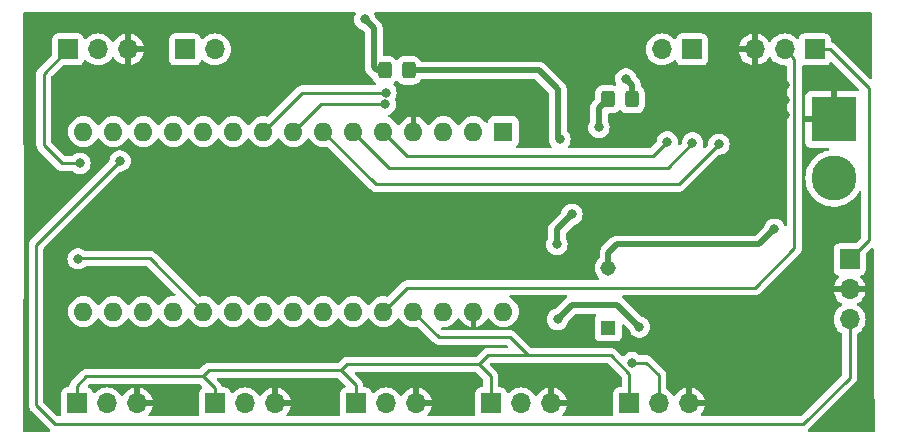
<source format=gbr>
%TF.GenerationSoftware,KiCad,Pcbnew,8.0.4*%
%TF.CreationDate,2024-08-28T14:32:29-04:00*%
%TF.ProjectId,luytenPCB,6c757974-656e-4504-9342-2e6b69636164,rev?*%
%TF.SameCoordinates,Original*%
%TF.FileFunction,Copper,L2,Bot*%
%TF.FilePolarity,Positive*%
%FSLAX46Y46*%
G04 Gerber Fmt 4.6, Leading zero omitted, Abs format (unit mm)*
G04 Created by KiCad (PCBNEW 8.0.4) date 2024-08-28 14:32:29*
%MOMM*%
%LPD*%
G01*
G04 APERTURE LIST*
G04 Aperture macros list*
%AMRoundRect*
0 Rectangle with rounded corners*
0 $1 Rounding radius*
0 $2 $3 $4 $5 $6 $7 $8 $9 X,Y pos of 4 corners*
0 Add a 4 corners polygon primitive as box body*
4,1,4,$2,$3,$4,$5,$6,$7,$8,$9,$2,$3,0*
0 Add four circle primitives for the rounded corners*
1,1,$1+$1,$2,$3*
1,1,$1+$1,$4,$5*
1,1,$1+$1,$6,$7*
1,1,$1+$1,$8,$9*
0 Add four rect primitives between the rounded corners*
20,1,$1+$1,$2,$3,$4,$5,0*
20,1,$1+$1,$4,$5,$6,$7,0*
20,1,$1+$1,$6,$7,$8,$9,0*
20,1,$1+$1,$8,$9,$2,$3,0*%
G04 Aperture macros list end*
%TA.AperFunction,ComponentPad*%
%ADD10R,1.308000X1.308000*%
%TD*%
%TA.AperFunction,ComponentPad*%
%ADD11C,1.308000*%
%TD*%
%TA.AperFunction,SMDPad,CuDef*%
%ADD12RoundRect,0.250000X0.325000X0.450000X-0.325000X0.450000X-0.325000X-0.450000X0.325000X-0.450000X0*%
%TD*%
%TA.AperFunction,SMDPad,CuDef*%
%ADD13RoundRect,0.250000X-0.325000X-0.450000X0.325000X-0.450000X0.325000X0.450000X-0.325000X0.450000X0*%
%TD*%
%TA.AperFunction,ComponentPad*%
%ADD14R,1.600000X1.600000*%
%TD*%
%TA.AperFunction,ComponentPad*%
%ADD15O,1.600000X1.600000*%
%TD*%
%TA.AperFunction,ComponentPad*%
%ADD16O,1.700000X1.700000*%
%TD*%
%TA.AperFunction,ComponentPad*%
%ADD17R,1.700000X1.700000*%
%TD*%
%TA.AperFunction,ComponentPad*%
%ADD18R,3.800000X3.800000*%
%TD*%
%TA.AperFunction,ComponentPad*%
%ADD19C,3.800000*%
%TD*%
%TA.AperFunction,ViaPad*%
%ADD20C,0.800000*%
%TD*%
%TA.AperFunction,Conductor*%
%ADD21C,0.500000*%
%TD*%
%TA.AperFunction,Conductor*%
%ADD22C,0.250000*%
%TD*%
G04 APERTURE END LIST*
D10*
%TO.P,SW1,1,A*%
%TO.N,Net-(SW1-A)*%
X95802700Y-54051200D03*
D11*
%TO.P,SW1,3,B*%
%TO.N,Net-(J1-Pin_2)*%
X95802700Y-48971200D03*
%TD*%
D12*
%TO.P,R4,1*%
%TO.N,ArduinoVIN*%
X78901400Y-32258000D03*
%TO.P,R4,2*%
%TO.N,Net-(IC2-VM)*%
X76851400Y-32258000D03*
%TD*%
D13*
%TO.P,R3,1*%
%TO.N,ArduinoVIN*%
X95749000Y-34696400D03*
%TO.P,R3,2*%
%TO.N,Net-(IC1-VM)*%
X97799000Y-34696400D03*
%TD*%
D14*
%TO.P,A1,1,D1/TX*%
%TO.N,unconnected-(A1-D1{slash}TX-Pad1)*%
X86918800Y-37439600D03*
D15*
%TO.P,A1,2,D0/RX*%
%TO.N,unconnected-(A1-D0{slash}RX-Pad2)*%
X84378800Y-37439600D03*
%TO.P,A1,3,~{RESET}*%
%TO.N,unconnected-(A1-~{RESET}-Pad3)*%
X81838800Y-37439600D03*
%TO.P,A1,4,GND*%
%TO.N,GND*%
X79298800Y-37439600D03*
%TO.P,A1,5,D2*%
%TO.N,PS1*%
X76758800Y-37439600D03*
%TO.P,A1,6,D3*%
%TO.N,PS2*%
X74218800Y-37439600D03*
%TO.P,A1,7,D4*%
%TO.N,PS3*%
X71678800Y-37439600D03*
%TO.P,A1,8,D5*%
%TO.N,MDC1_1*%
X69138800Y-37439600D03*
%TO.P,A1,9,D6*%
%TO.N,MDC1_2*%
X66598800Y-37439600D03*
%TO.P,A1,10,D7*%
%TO.N,START_SIGNAL*%
X64058800Y-37439600D03*
%TO.P,A1,11,D8*%
%TO.N,unconnected-(A1-D8-Pad11)*%
X61518800Y-37439600D03*
%TO.P,A1,12,D9*%
%TO.N,MDC2_1*%
X58978800Y-37439600D03*
%TO.P,A1,13,D10*%
%TO.N,MDC2_2*%
X56438800Y-37439600D03*
%TO.P,A1,14,D11*%
%TO.N,unconnected-(A1-D11-Pad14)*%
X53898800Y-37439600D03*
%TO.P,A1,15,D12*%
%TO.N,unconnected-(A1-D12-Pad15)*%
X51358800Y-37439600D03*
%TO.P,A1,16,D13*%
%TO.N,unconnected-(A1-D13-Pad16)*%
X51358800Y-52679600D03*
%TO.P,A1,17,3V3*%
%TO.N,unconnected-(A1-3V3-Pad17)*%
X53898800Y-52679600D03*
%TO.P,A1,18,AREF*%
%TO.N,unconnected-(A1-AREF-Pad18)*%
X56438800Y-52679600D03*
%TO.P,A1,19,A0*%
%TO.N,unconnected-(A1-A0-Pad19)*%
X58978800Y-52679600D03*
%TO.P,A1,20,A1*%
%TO.N,RF_INT*%
X61518800Y-52679600D03*
%TO.P,A1,21,A2*%
%TO.N,DIST_R_INT*%
X64058800Y-52679600D03*
%TO.P,A1,22,A3*%
%TO.N,DIST_RM_INT*%
X66598800Y-52679600D03*
%TO.P,A1,23,A4*%
%TO.N,DIST_C_INT*%
X69138800Y-52679600D03*
%TO.P,A1,24,A5*%
%TO.N,DIST_LM_INT*%
X71678800Y-52679600D03*
%TO.P,A1,25,A6*%
%TO.N,DIST_L_INT*%
X74218800Y-52679600D03*
%TO.P,A1,26,A7*%
%TO.N,LF_INT*%
X76758800Y-52679600D03*
%TO.P,A1,27,+5V*%
%TO.N,Arduino5V*%
X79298800Y-52679600D03*
%TO.P,A1,28,~{RESET}*%
%TO.N,unconnected-(A1-~{RESET}-Pad28)*%
X81838800Y-52679600D03*
%TO.P,A1,29,GND*%
%TO.N,GND*%
X84378800Y-52679600D03*
%TO.P,A1,30,VIN*%
%TO.N,ArduinoVIN*%
X86918800Y-52679600D03*
%TD*%
D16*
%TO.P,J7,3,Pin_3*%
%TO.N,GND*%
X90932000Y-60452000D03*
%TO.P,J7,2,Pin_2*%
%TO.N,DIST_LM_INT*%
X88392000Y-60452000D03*
D17*
%TO.P,J7,1,Pin_1*%
%TO.N,Arduino5V*%
X85852000Y-60452000D03*
%TD*%
%TO.P,J10,1,Pin_1*%
%TO.N,Arduino5V*%
X116225548Y-48260000D03*
D16*
%TO.P,J10,2,Pin_2*%
%TO.N,GND*%
X116225548Y-50800000D03*
%TO.P,J10,3,Pin_3*%
%TO.N,START_SIGNAL*%
X116225548Y-53340000D03*
%TD*%
D17*
%TO.P,J8,1,Pin_1*%
%TO.N,Arduino5V*%
X50800000Y-60452000D03*
D16*
%TO.P,J8,2,Pin_2*%
%TO.N,DIST_R_INT*%
X53340000Y-60452000D03*
%TO.P,J8,3,Pin_3*%
%TO.N,GND*%
X55880000Y-60452000D03*
%TD*%
D17*
%TO.P,J6,1,Pin_1*%
%TO.N,Arduino5V*%
X97551000Y-60452000D03*
D16*
%TO.P,J6,2,Pin_2*%
%TO.N,DIST_L_INT*%
X100091000Y-60452000D03*
%TO.P,J6,3,Pin_3*%
%TO.N,GND*%
X102631000Y-60452000D03*
%TD*%
D17*
%TO.P,J4,1,Pin_1*%
%TO.N,Arduino5V*%
X50053000Y-30480000D03*
D16*
%TO.P,J4,2,Pin_2*%
%TO.N,RF_INT*%
X52593000Y-30480000D03*
%TO.P,J4,3,Pin_3*%
%TO.N,GND*%
X55133000Y-30480000D03*
%TD*%
D17*
%TO.P,J5,1,Pin_1*%
%TO.N,Arduino5V*%
X113269000Y-30480000D03*
D16*
%TO.P,J5,2,Pin_2*%
%TO.N,LF_INT*%
X110729000Y-30480000D03*
%TO.P,J5,3,Pin_3*%
%TO.N,GND*%
X108189000Y-30480000D03*
%TD*%
D17*
%TO.P,J2,1,Pin_1*%
%TO.N,Net-(IC1-OUT1)*%
X102870000Y-30480000D03*
D16*
%TO.P,J2,2,Pin_2*%
%TO.N,Net-(IC1-OUT2)*%
X100330000Y-30480000D03*
%TD*%
D18*
%TO.P,J1,1,Pin_1*%
%TO.N,GND*%
X114879891Y-36399162D03*
D19*
%TO.P,J1,2,Pin_2*%
%TO.N,Net-(J1-Pin_2)*%
X114879891Y-41399162D03*
%TD*%
D17*
%TO.P,J9,1,Pin_1*%
%TO.N,Arduino5V*%
X62484000Y-60452000D03*
D16*
%TO.P,J9,2,Pin_2*%
%TO.N,DIST_RM_INT*%
X65024000Y-60452000D03*
%TO.P,J9,3,Pin_3*%
%TO.N,GND*%
X67564000Y-60452000D03*
%TD*%
D17*
%TO.P,J3,1,Pin_1*%
%TO.N,Net-(IC2-OUT1)*%
X59944000Y-30480000D03*
D16*
%TO.P,J3,2,Pin_2*%
%TO.N,Net-(IC2-OUT2)*%
X62484000Y-30480000D03*
%TD*%
%TO.P,J11,3,Pin_3*%
%TO.N,GND*%
X79502000Y-60452000D03*
%TO.P,J11,2,Pin_2*%
%TO.N,DIST_C_INT*%
X76962000Y-60452000D03*
D17*
%TO.P,J11,1,Pin_1*%
%TO.N,Arduino5V*%
X74422000Y-60452000D03*
%TD*%
D20*
%TO.N,PS3*%
X105156000Y-38506400D03*
%TO.N,PS2*%
X102920800Y-38404800D03*
%TO.N,PS1*%
X100787200Y-38303200D03*
%TO.N,RF_INT*%
X50901600Y-48209200D03*
%TO.N,START_SIGNAL*%
X54457600Y-39928800D03*
%TO.N,MDC1_1*%
X76909441Y-35136221D03*
%TO.N,MDC1_2*%
X76962000Y-34137600D03*
%TO.N,Net-(IC1-VM)*%
X97282000Y-32969200D03*
%TO.N,ArduinoVIN*%
X94996000Y-37084000D03*
%TO.N,Arduino5V*%
X51054000Y-40132000D03*
%TO.N,GND*%
X73152000Y-45212000D03*
X71628000Y-45212000D03*
X108458000Y-57658000D03*
X66040000Y-42418000D03*
X58013600Y-45415200D03*
X63957200Y-46278800D03*
X70612000Y-31242000D03*
X91694000Y-29464000D03*
X91694000Y-31242000D03*
X71628000Y-30480000D03*
X66040000Y-44450000D03*
X109982000Y-57658000D03*
X113030000Y-57658000D03*
X92710000Y-30226000D03*
X73152000Y-43688000D03*
X65024000Y-30988000D03*
X70612000Y-29464000D03*
X110744000Y-34798000D03*
X110744000Y-33528000D03*
X71628000Y-32004000D03*
X111506000Y-57658000D03*
X92710000Y-32004000D03*
X64008000Y-42418000D03*
X66040000Y-46329600D03*
X64008000Y-44450000D03*
X110744000Y-36068000D03*
X71628000Y-43688000D03*
X66294000Y-31496000D03*
X97536000Y-30226000D03*
X58013600Y-43637200D03*
%TO.N,ArduinoVIN*%
X91440000Y-46990000D03*
X92710000Y-44450000D03*
X91500000Y-53340000D03*
X91694000Y-38100000D03*
X98425000Y-53975000D03*
%TO.N,Net-(IC2-VM)*%
X75184000Y-27940000D03*
%TO.N,Net-(J1-Pin_2)*%
X109855000Y-45720000D03*
%TO.N,DIST_L_INT*%
X97790000Y-56997600D03*
%TD*%
D21*
%TO.N,ArduinoVIN*%
X92719200Y-52120800D02*
X96570800Y-52120800D01*
X96570800Y-52120800D02*
X98425000Y-53975000D01*
X91500000Y-53340000D02*
X92719200Y-52120800D01*
D22*
%TO.N,LF_INT*%
X111556800Y-47294800D02*
X111556800Y-31307800D01*
X108204000Y-50647600D02*
X111556800Y-47294800D01*
X78790800Y-50647600D02*
X108204000Y-50647600D01*
X76758800Y-52679600D02*
X78790800Y-50647600D01*
X111556800Y-31307800D02*
X110729000Y-30480000D01*
D21*
%TO.N,Net-(J1-Pin_2)*%
X95802700Y-47707300D02*
X95802700Y-48971200D01*
X96520000Y-46990000D02*
X95802700Y-47707300D01*
D22*
%TO.N,Arduino5V*%
X87477600Y-54864000D02*
X89001600Y-56388000D01*
X81483200Y-54864000D02*
X87477600Y-54864000D01*
X89001600Y-56388000D02*
X96012000Y-56388000D01*
X79298800Y-52679600D02*
X81483200Y-54864000D01*
X85598000Y-56388000D02*
X89001600Y-56388000D01*
%TO.N,PS3*%
X101752400Y-41910000D02*
X105156000Y-38506400D01*
X84175600Y-41910000D02*
X101752400Y-41910000D01*
X76149200Y-41910000D02*
X84175600Y-41910000D01*
X71678800Y-37439600D02*
X76149200Y-41910000D01*
%TO.N,PS2*%
X100838000Y-40487600D02*
X102920800Y-38404800D01*
X77266800Y-40487600D02*
X84582000Y-40487600D01*
X84582000Y-40487600D02*
X100838000Y-40487600D01*
X74218800Y-37439600D02*
X77266800Y-40487600D01*
%TO.N,PS1*%
X99618800Y-39471600D02*
X100787200Y-38303200D01*
X80467200Y-39471600D02*
X99618800Y-39471600D01*
X76758800Y-37439600D02*
X78790800Y-39471600D01*
X78790800Y-39471600D02*
X80467200Y-39471600D01*
%TO.N,RF_INT*%
X50952400Y-48158400D02*
X50901600Y-48209200D01*
X56997600Y-48158400D02*
X50952400Y-48158400D01*
X61518800Y-52679600D02*
X56997600Y-48158400D01*
%TO.N,START_SIGNAL*%
X116225548Y-58272452D02*
X116225548Y-53340000D01*
X48920400Y-62179200D02*
X112318800Y-62179200D01*
X47345600Y-60604400D02*
X48920400Y-62179200D01*
X112318800Y-62179200D02*
X116225548Y-58272452D01*
X47345600Y-47040800D02*
X47345600Y-60604400D01*
X54457600Y-39928800D02*
X47345600Y-47040800D01*
%TO.N,MDC1_1*%
X71442179Y-35136221D02*
X69138800Y-37439600D01*
X76909441Y-35136221D02*
X71442179Y-35136221D01*
%TO.N,MDC1_2*%
X69900800Y-34137600D02*
X66598800Y-37439600D01*
X76962000Y-34137600D02*
X69900800Y-34137600D01*
%TO.N,Arduino5V*%
X48006000Y-38608000D02*
X49530000Y-40132000D01*
X48006000Y-32527000D02*
X48006000Y-38608000D01*
X49530000Y-40132000D02*
X51054000Y-40132000D01*
X50053000Y-30480000D02*
X48006000Y-32527000D01*
D21*
%TO.N,Net-(IC1-VM)*%
X97799000Y-33486200D02*
X97282000Y-32969200D01*
X97799000Y-34696400D02*
X97799000Y-33486200D01*
%TO.N,ArduinoVIN*%
X94996000Y-37084000D02*
X94996000Y-35449400D01*
X94996000Y-35449400D02*
X95749000Y-34696400D01*
X91440000Y-33782000D02*
X89916000Y-32258000D01*
X89916000Y-32258000D02*
X78901400Y-32258000D01*
%TO.N,Net-(IC2-VM)*%
X76200000Y-32258000D02*
X76851400Y-32258000D01*
X75946000Y-32004000D02*
X76200000Y-32258000D01*
D22*
%TO.N,Arduino5V*%
X51612800Y-58166000D02*
X50800000Y-58978800D01*
X50800000Y-58978800D02*
X50800000Y-60452000D01*
X61468000Y-58166000D02*
X51612800Y-58166000D01*
X114554000Y-30480000D02*
X117856000Y-33782000D01*
X62484000Y-59182000D02*
X62484000Y-60452000D01*
X73660000Y-57150000D02*
X84836000Y-57150000D01*
X117856000Y-33782000D02*
X117856000Y-46629548D01*
X61468000Y-58166000D02*
X62484000Y-59182000D01*
X61976000Y-57658000D02*
X73152000Y-57658000D01*
X117856000Y-46629548D02*
X116225548Y-48260000D01*
X73152000Y-57658000D02*
X73660000Y-57150000D01*
X113269000Y-30480000D02*
X114554000Y-30480000D01*
X61468000Y-58166000D02*
X61976000Y-57658000D01*
D21*
%TO.N,ArduinoVIN*%
X91440000Y-46990000D02*
X91440000Y-45720000D01*
%TO.N,Net-(IC2-VM)*%
X75184000Y-27940000D02*
X75946000Y-28702000D01*
D22*
%TO.N,ArduinoVIN*%
X91509000Y-37915000D02*
X91694000Y-38100000D01*
D21*
X91440000Y-45720000D02*
X92710000Y-44450000D01*
X91509000Y-33851000D02*
X91509000Y-37915000D01*
D22*
X91440000Y-33782000D02*
X91509000Y-33851000D01*
D21*
%TO.N,Net-(IC2-VM)*%
X75946000Y-28702000D02*
X75946000Y-32004000D01*
%TO.N,Net-(J1-Pin_2)*%
X96520000Y-46990000D02*
X108585000Y-46990000D01*
X108585000Y-46990000D02*
X109855000Y-45720000D01*
D22*
%TO.N,Arduino5V*%
X74422000Y-58928000D02*
X74422000Y-60452000D01*
X73152000Y-57658000D02*
X74422000Y-58928000D01*
X85852000Y-58166000D02*
X85852000Y-60452000D01*
X84836000Y-57150000D02*
X85852000Y-58166000D01*
X97551000Y-57927000D02*
X97551000Y-60452000D01*
X96012000Y-56388000D02*
X97551000Y-57927000D01*
X84836000Y-57150000D02*
X85598000Y-56388000D01*
%TO.N,DIST_L_INT*%
X97790000Y-56997600D02*
X99009200Y-56997600D01*
X99009200Y-56997600D02*
X100091000Y-58079400D01*
X100091000Y-58079400D02*
X100091000Y-60452000D01*
%TD*%
%TA.AperFunction,Conductor*%
%TO.N,GND*%
G36*
X74363074Y-27324685D02*
G01*
X74408829Y-27377489D01*
X74418773Y-27446647D01*
X74403423Y-27490999D01*
X74356820Y-27571718D01*
X74356818Y-27571722D01*
X74301479Y-27742039D01*
X74298326Y-27751744D01*
X74278540Y-27940000D01*
X74298326Y-28128256D01*
X74298327Y-28128259D01*
X74356818Y-28308277D01*
X74356821Y-28308284D01*
X74451467Y-28472216D01*
X74495153Y-28520734D01*
X74578129Y-28612888D01*
X74731265Y-28724148D01*
X74731270Y-28724151D01*
X74904191Y-28801142D01*
X74904193Y-28801142D01*
X74904197Y-28801144D01*
X74969329Y-28814987D01*
X75030809Y-28848178D01*
X75031228Y-28848596D01*
X75159181Y-28976549D01*
X75192666Y-29037872D01*
X75195500Y-29064230D01*
X75195500Y-32077918D01*
X75195500Y-32077920D01*
X75195499Y-32077920D01*
X75224340Y-32222907D01*
X75224343Y-32222917D01*
X75280913Y-32359490D01*
X75280914Y-32359491D01*
X75280916Y-32359495D01*
X75298791Y-32386246D01*
X75298792Y-32386248D01*
X75363051Y-32482420D01*
X75363052Y-32482421D01*
X75721580Y-32840948D01*
X75721581Y-32840949D01*
X75721584Y-32840951D01*
X75760968Y-32867267D01*
X75805773Y-32920878D01*
X75809784Y-32931364D01*
X75841586Y-33027334D01*
X75930193Y-33170989D01*
X75933689Y-33176657D01*
X76057451Y-33300419D01*
X76090936Y-33361742D01*
X76085952Y-33431434D01*
X76044080Y-33487367D01*
X75978616Y-33511784D01*
X75969770Y-33512100D01*
X69839189Y-33512100D01*
X69778771Y-33524118D01*
X69735543Y-33532716D01*
X69718346Y-33536137D01*
X69604516Y-33583287D01*
X69604507Y-33583292D01*
X69502068Y-33651740D01*
X69458505Y-33695303D01*
X69414942Y-33738867D01*
X69414939Y-33738870D01*
X67013622Y-36140186D01*
X66952299Y-36173671D01*
X66893849Y-36172280D01*
X66825499Y-36153967D01*
X66825502Y-36153967D01*
X66825492Y-36153965D01*
X66825489Y-36153964D01*
X66825486Y-36153964D01*
X66598801Y-36134132D01*
X66598798Y-36134132D01*
X66372113Y-36153964D01*
X66372102Y-36153966D01*
X66152311Y-36212858D01*
X66152302Y-36212861D01*
X65946067Y-36309031D01*
X65946065Y-36309032D01*
X65759658Y-36439554D01*
X65598754Y-36600458D01*
X65468232Y-36786865D01*
X65468231Y-36786867D01*
X65441182Y-36844875D01*
X65395009Y-36897314D01*
X65327816Y-36916466D01*
X65260935Y-36896250D01*
X65216418Y-36844875D01*
X65189486Y-36787120D01*
X65189368Y-36786866D01*
X65076073Y-36625062D01*
X65058845Y-36600458D01*
X64897941Y-36439554D01*
X64711534Y-36309032D01*
X64711532Y-36309031D01*
X64505297Y-36212861D01*
X64505288Y-36212858D01*
X64285497Y-36153966D01*
X64285493Y-36153965D01*
X64285492Y-36153965D01*
X64285491Y-36153964D01*
X64285486Y-36153964D01*
X64058802Y-36134132D01*
X64058798Y-36134132D01*
X63832113Y-36153964D01*
X63832102Y-36153966D01*
X63612311Y-36212858D01*
X63612302Y-36212861D01*
X63406067Y-36309031D01*
X63406065Y-36309032D01*
X63219658Y-36439554D01*
X63058754Y-36600458D01*
X62928232Y-36786865D01*
X62928231Y-36786867D01*
X62901182Y-36844875D01*
X62855009Y-36897314D01*
X62787816Y-36916466D01*
X62720935Y-36896250D01*
X62676418Y-36844875D01*
X62649486Y-36787120D01*
X62649368Y-36786866D01*
X62536073Y-36625062D01*
X62518845Y-36600458D01*
X62357941Y-36439554D01*
X62171534Y-36309032D01*
X62171532Y-36309031D01*
X61965297Y-36212861D01*
X61965288Y-36212858D01*
X61745497Y-36153966D01*
X61745493Y-36153965D01*
X61745492Y-36153965D01*
X61745491Y-36153964D01*
X61745486Y-36153964D01*
X61518802Y-36134132D01*
X61518798Y-36134132D01*
X61292113Y-36153964D01*
X61292102Y-36153966D01*
X61072311Y-36212858D01*
X61072302Y-36212861D01*
X60866067Y-36309031D01*
X60866065Y-36309032D01*
X60679658Y-36439554D01*
X60518754Y-36600458D01*
X60388232Y-36786865D01*
X60388231Y-36786867D01*
X60361182Y-36844875D01*
X60315009Y-36897314D01*
X60247816Y-36916466D01*
X60180935Y-36896250D01*
X60136418Y-36844875D01*
X60109486Y-36787120D01*
X60109368Y-36786866D01*
X59996073Y-36625062D01*
X59978845Y-36600458D01*
X59817941Y-36439554D01*
X59631534Y-36309032D01*
X59631532Y-36309031D01*
X59425297Y-36212861D01*
X59425288Y-36212858D01*
X59205497Y-36153966D01*
X59205493Y-36153965D01*
X59205492Y-36153965D01*
X59205491Y-36153964D01*
X59205486Y-36153964D01*
X58978802Y-36134132D01*
X58978798Y-36134132D01*
X58752113Y-36153964D01*
X58752102Y-36153966D01*
X58532311Y-36212858D01*
X58532302Y-36212861D01*
X58326067Y-36309031D01*
X58326065Y-36309032D01*
X58139658Y-36439554D01*
X57978754Y-36600458D01*
X57848232Y-36786865D01*
X57848231Y-36786867D01*
X57821182Y-36844875D01*
X57775009Y-36897314D01*
X57707816Y-36916466D01*
X57640935Y-36896250D01*
X57596418Y-36844875D01*
X57569486Y-36787120D01*
X57569368Y-36786866D01*
X57456073Y-36625062D01*
X57438845Y-36600458D01*
X57277941Y-36439554D01*
X57091534Y-36309032D01*
X57091532Y-36309031D01*
X56885297Y-36212861D01*
X56885288Y-36212858D01*
X56665497Y-36153966D01*
X56665493Y-36153965D01*
X56665492Y-36153965D01*
X56665491Y-36153964D01*
X56665486Y-36153964D01*
X56438802Y-36134132D01*
X56438798Y-36134132D01*
X56212113Y-36153964D01*
X56212102Y-36153966D01*
X55992311Y-36212858D01*
X55992302Y-36212861D01*
X55786067Y-36309031D01*
X55786065Y-36309032D01*
X55599658Y-36439554D01*
X55438754Y-36600458D01*
X55308232Y-36786865D01*
X55308231Y-36786867D01*
X55281182Y-36844875D01*
X55235009Y-36897314D01*
X55167816Y-36916466D01*
X55100935Y-36896250D01*
X55056418Y-36844875D01*
X55029486Y-36787120D01*
X55029368Y-36786866D01*
X54916073Y-36625062D01*
X54898845Y-36600458D01*
X54737941Y-36439554D01*
X54551534Y-36309032D01*
X54551532Y-36309031D01*
X54345297Y-36212861D01*
X54345288Y-36212858D01*
X54125497Y-36153966D01*
X54125493Y-36153965D01*
X54125492Y-36153965D01*
X54125491Y-36153964D01*
X54125486Y-36153964D01*
X53898802Y-36134132D01*
X53898798Y-36134132D01*
X53672113Y-36153964D01*
X53672102Y-36153966D01*
X53452311Y-36212858D01*
X53452302Y-36212861D01*
X53246067Y-36309031D01*
X53246065Y-36309032D01*
X53059658Y-36439554D01*
X52898754Y-36600458D01*
X52768232Y-36786865D01*
X52768231Y-36786867D01*
X52741182Y-36844875D01*
X52695009Y-36897314D01*
X52627816Y-36916466D01*
X52560935Y-36896250D01*
X52516418Y-36844875D01*
X52489486Y-36787120D01*
X52489368Y-36786866D01*
X52376073Y-36625062D01*
X52358845Y-36600458D01*
X52197941Y-36439554D01*
X52011534Y-36309032D01*
X52011532Y-36309031D01*
X51805297Y-36212861D01*
X51805288Y-36212858D01*
X51585497Y-36153966D01*
X51585493Y-36153965D01*
X51585492Y-36153965D01*
X51585491Y-36153964D01*
X51585486Y-36153964D01*
X51358802Y-36134132D01*
X51358798Y-36134132D01*
X51132113Y-36153964D01*
X51132102Y-36153966D01*
X50912311Y-36212858D01*
X50912302Y-36212861D01*
X50706067Y-36309031D01*
X50706065Y-36309032D01*
X50519658Y-36439554D01*
X50358754Y-36600458D01*
X50228232Y-36786865D01*
X50228231Y-36786867D01*
X50132061Y-36993102D01*
X50132058Y-36993111D01*
X50073166Y-37212902D01*
X50073164Y-37212913D01*
X50053332Y-37439598D01*
X50053332Y-37439601D01*
X50073164Y-37666286D01*
X50073166Y-37666297D01*
X50132058Y-37886088D01*
X50132061Y-37886097D01*
X50228231Y-38092332D01*
X50228232Y-38092334D01*
X50358754Y-38278741D01*
X50519658Y-38439645D01*
X50519661Y-38439647D01*
X50706066Y-38570168D01*
X50912304Y-38666339D01*
X50912309Y-38666340D01*
X50912311Y-38666341D01*
X50936652Y-38672863D01*
X51132108Y-38725235D01*
X51289580Y-38739012D01*
X51358798Y-38745068D01*
X51358800Y-38745068D01*
X51358802Y-38745068D01*
X51428020Y-38739012D01*
X51585492Y-38725235D01*
X51805296Y-38666339D01*
X52011534Y-38570168D01*
X52197939Y-38439647D01*
X52358847Y-38278739D01*
X52489368Y-38092334D01*
X52516418Y-38034324D01*
X52562590Y-37981885D01*
X52629783Y-37962733D01*
X52696665Y-37982948D01*
X52741181Y-38034324D01*
X52742206Y-38036522D01*
X52768229Y-38092328D01*
X52768232Y-38092334D01*
X52898754Y-38278741D01*
X53059658Y-38439645D01*
X53059661Y-38439647D01*
X53246066Y-38570168D01*
X53452304Y-38666339D01*
X53452309Y-38666340D01*
X53452311Y-38666341D01*
X53476652Y-38672863D01*
X53672108Y-38725235D01*
X53829580Y-38739012D01*
X53898798Y-38745068D01*
X53898800Y-38745068D01*
X53898802Y-38745068D01*
X53968020Y-38739012D01*
X54125492Y-38725235D01*
X54345296Y-38666339D01*
X54551534Y-38570168D01*
X54737939Y-38439647D01*
X54898847Y-38278739D01*
X55029368Y-38092334D01*
X55056418Y-38034324D01*
X55102590Y-37981885D01*
X55169783Y-37962733D01*
X55236665Y-37982948D01*
X55281181Y-38034324D01*
X55282206Y-38036522D01*
X55308229Y-38092328D01*
X55308232Y-38092334D01*
X55438754Y-38278741D01*
X55599658Y-38439645D01*
X55599661Y-38439647D01*
X55786066Y-38570168D01*
X55992304Y-38666339D01*
X55992309Y-38666340D01*
X55992311Y-38666341D01*
X56016652Y-38672863D01*
X56212108Y-38725235D01*
X56369580Y-38739012D01*
X56438798Y-38745068D01*
X56438800Y-38745068D01*
X56438802Y-38745068D01*
X56508020Y-38739012D01*
X56665492Y-38725235D01*
X56885296Y-38666339D01*
X57091534Y-38570168D01*
X57277939Y-38439647D01*
X57438847Y-38278739D01*
X57569368Y-38092334D01*
X57596418Y-38034324D01*
X57642590Y-37981885D01*
X57709783Y-37962733D01*
X57776665Y-37982948D01*
X57821181Y-38034324D01*
X57822206Y-38036522D01*
X57848229Y-38092328D01*
X57848232Y-38092334D01*
X57978754Y-38278741D01*
X58139658Y-38439645D01*
X58139661Y-38439647D01*
X58326066Y-38570168D01*
X58532304Y-38666339D01*
X58532309Y-38666340D01*
X58532311Y-38666341D01*
X58556652Y-38672863D01*
X58752108Y-38725235D01*
X58909580Y-38739012D01*
X58978798Y-38745068D01*
X58978800Y-38745068D01*
X58978802Y-38745068D01*
X59048020Y-38739012D01*
X59205492Y-38725235D01*
X59425296Y-38666339D01*
X59631534Y-38570168D01*
X59817939Y-38439647D01*
X59978847Y-38278739D01*
X60109368Y-38092334D01*
X60136418Y-38034324D01*
X60182590Y-37981885D01*
X60249783Y-37962733D01*
X60316665Y-37982948D01*
X60361181Y-38034324D01*
X60362206Y-38036522D01*
X60388229Y-38092328D01*
X60388232Y-38092334D01*
X60518754Y-38278741D01*
X60679658Y-38439645D01*
X60679661Y-38439647D01*
X60866066Y-38570168D01*
X61072304Y-38666339D01*
X61072309Y-38666340D01*
X61072311Y-38666341D01*
X61096652Y-38672863D01*
X61292108Y-38725235D01*
X61449580Y-38739012D01*
X61518798Y-38745068D01*
X61518800Y-38745068D01*
X61518802Y-38745068D01*
X61588020Y-38739012D01*
X61745492Y-38725235D01*
X61965296Y-38666339D01*
X62171534Y-38570168D01*
X62357939Y-38439647D01*
X62518847Y-38278739D01*
X62649368Y-38092334D01*
X62676418Y-38034324D01*
X62722590Y-37981885D01*
X62789783Y-37962733D01*
X62856665Y-37982948D01*
X62901181Y-38034324D01*
X62902206Y-38036522D01*
X62928229Y-38092328D01*
X62928232Y-38092334D01*
X63058754Y-38278741D01*
X63219658Y-38439645D01*
X63219661Y-38439647D01*
X63406066Y-38570168D01*
X63612304Y-38666339D01*
X63612309Y-38666340D01*
X63612311Y-38666341D01*
X63636652Y-38672863D01*
X63832108Y-38725235D01*
X63989580Y-38739012D01*
X64058798Y-38745068D01*
X64058800Y-38745068D01*
X64058802Y-38745068D01*
X64128020Y-38739012D01*
X64285492Y-38725235D01*
X64505296Y-38666339D01*
X64711534Y-38570168D01*
X64897939Y-38439647D01*
X65058847Y-38278739D01*
X65189368Y-38092334D01*
X65216418Y-38034324D01*
X65262590Y-37981885D01*
X65329783Y-37962733D01*
X65396665Y-37982948D01*
X65441181Y-38034324D01*
X65442206Y-38036522D01*
X65468229Y-38092328D01*
X65468232Y-38092334D01*
X65598754Y-38278741D01*
X65759658Y-38439645D01*
X65759661Y-38439647D01*
X65946066Y-38570168D01*
X66152304Y-38666339D01*
X66152309Y-38666340D01*
X66152311Y-38666341D01*
X66176652Y-38672863D01*
X66372108Y-38725235D01*
X66529580Y-38739012D01*
X66598798Y-38745068D01*
X66598800Y-38745068D01*
X66598802Y-38745068D01*
X66668020Y-38739012D01*
X66825492Y-38725235D01*
X67045296Y-38666339D01*
X67251534Y-38570168D01*
X67437939Y-38439647D01*
X67598847Y-38278739D01*
X67729368Y-38092334D01*
X67756418Y-38034324D01*
X67802590Y-37981885D01*
X67869783Y-37962733D01*
X67936665Y-37982948D01*
X67981181Y-38034324D01*
X67982206Y-38036522D01*
X68008229Y-38092328D01*
X68008232Y-38092334D01*
X68138754Y-38278741D01*
X68299658Y-38439645D01*
X68299661Y-38439647D01*
X68486066Y-38570168D01*
X68692304Y-38666339D01*
X68692309Y-38666340D01*
X68692311Y-38666341D01*
X68716652Y-38672863D01*
X68912108Y-38725235D01*
X69069580Y-38739012D01*
X69138798Y-38745068D01*
X69138800Y-38745068D01*
X69138802Y-38745068D01*
X69208020Y-38739012D01*
X69365492Y-38725235D01*
X69585296Y-38666339D01*
X69791534Y-38570168D01*
X69977939Y-38439647D01*
X70138847Y-38278739D01*
X70269368Y-38092334D01*
X70296418Y-38034324D01*
X70342590Y-37981885D01*
X70409783Y-37962733D01*
X70476665Y-37982948D01*
X70521181Y-38034324D01*
X70522206Y-38036522D01*
X70548229Y-38092328D01*
X70548232Y-38092334D01*
X70678754Y-38278741D01*
X70839658Y-38439645D01*
X70839661Y-38439647D01*
X71026066Y-38570168D01*
X71232304Y-38666339D01*
X71232309Y-38666340D01*
X71232311Y-38666341D01*
X71256652Y-38672863D01*
X71452108Y-38725235D01*
X71609580Y-38739012D01*
X71678798Y-38745068D01*
X71678800Y-38745068D01*
X71678802Y-38745068D01*
X71748020Y-38739012D01*
X71905492Y-38725235D01*
X71973848Y-38706919D01*
X72043696Y-38708580D01*
X72093622Y-38739012D01*
X75660216Y-42305606D01*
X75660245Y-42305637D01*
X75750463Y-42395855D01*
X75750467Y-42395858D01*
X75852907Y-42464307D01*
X75852916Y-42464312D01*
X75872713Y-42472512D01*
X75966748Y-42511463D01*
X76027171Y-42523481D01*
X76087593Y-42535500D01*
X101814007Y-42535500D01*
X101874429Y-42523481D01*
X101934852Y-42511463D01*
X101934855Y-42511461D01*
X101934858Y-42511461D01*
X101968187Y-42497654D01*
X101968186Y-42497654D01*
X101968192Y-42497652D01*
X102048686Y-42464312D01*
X102100858Y-42429451D01*
X102151133Y-42395858D01*
X102238258Y-42308733D01*
X102238259Y-42308731D01*
X102245325Y-42301665D01*
X102245327Y-42301661D01*
X105103771Y-39443219D01*
X105165094Y-39409734D01*
X105191452Y-39406900D01*
X105250644Y-39406900D01*
X105250646Y-39406900D01*
X105435803Y-39367544D01*
X105608730Y-39290551D01*
X105761871Y-39179288D01*
X105888533Y-39038616D01*
X105983179Y-38874684D01*
X106041674Y-38694656D01*
X106061460Y-38506400D01*
X106041674Y-38318144D01*
X105983179Y-38138116D01*
X105888533Y-37974184D01*
X105761871Y-37833512D01*
X105675810Y-37770985D01*
X105608734Y-37722251D01*
X105608729Y-37722248D01*
X105435807Y-37645257D01*
X105435802Y-37645255D01*
X105290001Y-37614265D01*
X105250646Y-37605900D01*
X105061354Y-37605900D01*
X105028897Y-37612798D01*
X104876197Y-37645255D01*
X104876192Y-37645257D01*
X104703270Y-37722248D01*
X104703265Y-37722251D01*
X104550129Y-37833511D01*
X104423466Y-37974185D01*
X104328821Y-38138115D01*
X104328818Y-38138122D01*
X104272320Y-38312006D01*
X104270326Y-38318144D01*
X104263357Y-38384451D01*
X104252678Y-38486051D01*
X104226093Y-38550666D01*
X104217038Y-38560770D01*
X103989624Y-38788184D01*
X103928301Y-38821669D01*
X103858609Y-38816685D01*
X103802676Y-38774813D01*
X103778259Y-38709349D01*
X103784011Y-38662188D01*
X103806474Y-38593056D01*
X103826260Y-38404800D01*
X103806474Y-38216544D01*
X103747979Y-38036516D01*
X103653333Y-37872584D01*
X103526671Y-37731912D01*
X103526670Y-37731911D01*
X103373534Y-37620651D01*
X103373529Y-37620648D01*
X103200607Y-37543657D01*
X103200602Y-37543655D01*
X103020743Y-37505426D01*
X103015446Y-37504300D01*
X102826154Y-37504300D01*
X102820857Y-37505426D01*
X102640997Y-37543655D01*
X102640992Y-37543657D01*
X102468070Y-37620648D01*
X102468065Y-37620651D01*
X102314929Y-37731911D01*
X102188266Y-37872585D01*
X102093621Y-38036515D01*
X102093618Y-38036522D01*
X102035127Y-38216540D01*
X102035126Y-38216544D01*
X102031175Y-38254139D01*
X102017478Y-38384451D01*
X101990893Y-38449066D01*
X101981838Y-38459170D01*
X101887981Y-38553027D01*
X101826658Y-38586512D01*
X101756966Y-38581528D01*
X101701033Y-38539656D01*
X101676616Y-38474192D01*
X101676978Y-38452401D01*
X101692660Y-38303200D01*
X101672874Y-38114944D01*
X101614379Y-37934916D01*
X101519733Y-37770984D01*
X101393071Y-37630312D01*
X101379770Y-37620648D01*
X101239934Y-37519051D01*
X101239929Y-37519048D01*
X101067007Y-37442057D01*
X101067002Y-37442055D01*
X100921201Y-37411065D01*
X100881846Y-37402700D01*
X100692554Y-37402700D01*
X100660097Y-37409598D01*
X100507397Y-37442055D01*
X100507392Y-37442057D01*
X100334470Y-37519048D01*
X100334465Y-37519051D01*
X100181329Y-37630311D01*
X100054666Y-37770985D01*
X99960021Y-37934915D01*
X99960018Y-37934922D01*
X99901527Y-38114940D01*
X99901526Y-38114944D01*
X99899091Y-38138115D01*
X99883878Y-38282851D01*
X99857293Y-38347466D01*
X99848238Y-38357570D01*
X99396029Y-38809781D01*
X99334706Y-38843266D01*
X99308348Y-38846100D01*
X92512459Y-38846100D01*
X92445420Y-38826415D01*
X92399665Y-38773611D01*
X92389721Y-38704453D01*
X92418746Y-38640897D01*
X92420249Y-38639194D01*
X92426533Y-38632216D01*
X92521179Y-38468284D01*
X92579674Y-38288256D01*
X92599460Y-38100000D01*
X92579674Y-37911744D01*
X92521179Y-37731716D01*
X92426533Y-37567784D01*
X92299871Y-37427112D01*
X92295523Y-37422283D01*
X92296592Y-37421319D01*
X92263877Y-37368207D01*
X92259500Y-37335553D01*
X92259500Y-37084000D01*
X94090540Y-37084000D01*
X94110326Y-37272256D01*
X94110327Y-37272259D01*
X94168818Y-37452277D01*
X94168821Y-37452284D01*
X94263467Y-37616216D01*
X94390129Y-37756888D01*
X94543265Y-37868148D01*
X94543270Y-37868151D01*
X94716192Y-37945142D01*
X94716197Y-37945144D01*
X94901354Y-37984500D01*
X94901355Y-37984500D01*
X95090644Y-37984500D01*
X95090646Y-37984500D01*
X95275803Y-37945144D01*
X95448730Y-37868151D01*
X95601871Y-37756888D01*
X95728533Y-37616216D01*
X95823179Y-37452284D01*
X95881674Y-37272256D01*
X95901460Y-37084000D01*
X95881674Y-36895744D01*
X95823179Y-36715716D01*
X95799145Y-36674087D01*
X95763113Y-36611677D01*
X95746500Y-36549677D01*
X95746500Y-36020899D01*
X95766185Y-35953860D01*
X95818989Y-35908105D01*
X95870500Y-35896899D01*
X96124002Y-35896899D01*
X96124008Y-35896899D01*
X96226797Y-35886399D01*
X96393334Y-35831214D01*
X96542656Y-35739112D01*
X96666712Y-35615056D01*
X96668461Y-35612219D01*
X96670169Y-35610683D01*
X96671193Y-35609389D01*
X96671414Y-35609563D01*
X96720406Y-35565496D01*
X96789368Y-35554272D01*
X96853451Y-35582113D01*
X96879537Y-35612217D01*
X96881288Y-35615056D01*
X97005344Y-35739112D01*
X97154666Y-35831214D01*
X97321203Y-35886399D01*
X97423991Y-35896900D01*
X98174008Y-35896899D01*
X98174016Y-35896898D01*
X98174019Y-35896898D01*
X98230302Y-35891148D01*
X98276797Y-35886399D01*
X98443334Y-35831214D01*
X98592656Y-35739112D01*
X98716712Y-35615056D01*
X98808814Y-35465734D01*
X98863999Y-35299197D01*
X98874500Y-35196409D01*
X98874499Y-34196392D01*
X98873526Y-34186871D01*
X98863999Y-34093603D01*
X98863998Y-34093600D01*
X98851476Y-34055811D01*
X98808814Y-33927066D01*
X98716712Y-33777744D01*
X98592656Y-33653688D01*
X98587549Y-33648581D01*
X98589435Y-33646694D01*
X98556212Y-33599775D01*
X98549500Y-33559532D01*
X98549500Y-33412279D01*
X98520659Y-33267292D01*
X98520658Y-33267291D01*
X98520658Y-33267287D01*
X98520656Y-33267282D01*
X98464087Y-33130711D01*
X98464080Y-33130698D01*
X98381952Y-33007785D01*
X98333038Y-32958871D01*
X98277416Y-32903249D01*
X98194771Y-32820604D01*
X98164521Y-32771241D01*
X98109181Y-32600921D01*
X98109178Y-32600915D01*
X98014533Y-32436984D01*
X97887871Y-32296312D01*
X97887870Y-32296311D01*
X97734734Y-32185051D01*
X97734729Y-32185048D01*
X97561807Y-32108057D01*
X97561802Y-32108055D01*
X97416001Y-32077065D01*
X97376646Y-32068700D01*
X97187354Y-32068700D01*
X97154897Y-32075598D01*
X97002197Y-32108055D01*
X97002192Y-32108057D01*
X96829270Y-32185048D01*
X96829265Y-32185051D01*
X96676129Y-32296311D01*
X96549466Y-32436985D01*
X96454821Y-32600915D01*
X96454818Y-32600922D01*
X96396327Y-32780940D01*
X96396326Y-32780944D01*
X96376540Y-32969200D01*
X96396326Y-33157456D01*
X96396327Y-33157459D01*
X96454818Y-33337477D01*
X96454820Y-33337481D01*
X96454821Y-33337484D01*
X96466432Y-33357595D01*
X96482904Y-33425494D01*
X96460051Y-33491521D01*
X96405129Y-33534711D01*
X96335576Y-33541352D01*
X96320043Y-33537300D01*
X96226797Y-33506401D01*
X96226795Y-33506400D01*
X96124010Y-33495900D01*
X95373998Y-33495900D01*
X95373980Y-33495901D01*
X95271203Y-33506400D01*
X95271200Y-33506401D01*
X95104668Y-33561585D01*
X95104663Y-33561587D01*
X94955342Y-33653689D01*
X94831289Y-33777742D01*
X94739187Y-33927063D01*
X94739186Y-33927066D01*
X94684001Y-34093603D01*
X94684001Y-34093604D01*
X94684000Y-34093604D01*
X94673500Y-34196383D01*
X94673500Y-34659169D01*
X94653815Y-34726208D01*
X94637181Y-34746850D01*
X94413048Y-34970983D01*
X94394501Y-34998743D01*
X94394500Y-34998744D01*
X94330913Y-35093908D01*
X94274343Y-35230482D01*
X94274340Y-35230492D01*
X94245500Y-35375479D01*
X94245500Y-36549677D01*
X94228887Y-36611677D01*
X94168821Y-36715714D01*
X94126662Y-36845467D01*
X94110326Y-36895744D01*
X94090540Y-37084000D01*
X92259500Y-37084000D01*
X92259500Y-33777079D01*
X92230659Y-33632092D01*
X92230658Y-33632091D01*
X92230658Y-33632087D01*
X92230656Y-33632082D01*
X92174087Y-33495511D01*
X92174080Y-33495498D01*
X92091952Y-33372585D01*
X92056844Y-33337477D01*
X91987416Y-33268049D01*
X91610299Y-32890932D01*
X90394421Y-31675052D01*
X90394414Y-31675046D01*
X90320729Y-31625812D01*
X90320729Y-31625813D01*
X90271491Y-31592913D01*
X90134917Y-31536343D01*
X90134907Y-31536340D01*
X89989920Y-31507500D01*
X89989918Y-31507500D01*
X79992038Y-31507500D01*
X79924999Y-31487815D01*
X79886499Y-31448597D01*
X79879644Y-31437483D01*
X79819112Y-31339344D01*
X79695056Y-31215288D01*
X79582900Y-31146110D01*
X79545736Y-31123187D01*
X79545731Y-31123185D01*
X79519784Y-31114587D01*
X79379197Y-31068001D01*
X79379195Y-31068000D01*
X79276410Y-31057500D01*
X78526398Y-31057500D01*
X78526380Y-31057501D01*
X78423603Y-31068000D01*
X78423600Y-31068001D01*
X78257068Y-31123185D01*
X78257063Y-31123187D01*
X78107742Y-31215289D01*
X77983685Y-31339346D01*
X77981937Y-31342182D01*
X77980229Y-31343717D01*
X77979207Y-31345011D01*
X77978985Y-31344836D01*
X77929989Y-31388905D01*
X77861026Y-31400126D01*
X77796944Y-31372282D01*
X77770863Y-31342182D01*
X77769114Y-31339346D01*
X77645057Y-31215289D01*
X77645056Y-31215288D01*
X77532900Y-31146110D01*
X77495736Y-31123187D01*
X77495731Y-31123185D01*
X77469784Y-31114587D01*
X77329197Y-31068001D01*
X77329195Y-31068000D01*
X77226416Y-31057500D01*
X77226409Y-31057500D01*
X76820500Y-31057500D01*
X76753461Y-31037815D01*
X76707706Y-30985011D01*
X76696500Y-30933500D01*
X76696500Y-30479999D01*
X98974341Y-30479999D01*
X98974341Y-30480000D01*
X98994936Y-30715403D01*
X98994938Y-30715413D01*
X99056094Y-30943655D01*
X99056096Y-30943659D01*
X99056097Y-30943663D01*
X99135801Y-31114588D01*
X99155965Y-31157830D01*
X99155967Y-31157834D01*
X99196198Y-31215289D01*
X99291505Y-31351401D01*
X99458599Y-31518495D01*
X99536606Y-31573116D01*
X99652165Y-31654032D01*
X99652167Y-31654033D01*
X99652170Y-31654035D01*
X99866337Y-31753903D01*
X100094592Y-31815063D01*
X100271034Y-31830500D01*
X100329999Y-31835659D01*
X100330000Y-31835659D01*
X100330001Y-31835659D01*
X100388966Y-31830500D01*
X100565408Y-31815063D01*
X100793663Y-31753903D01*
X101007830Y-31654035D01*
X101201401Y-31518495D01*
X101323329Y-31396566D01*
X101384648Y-31363084D01*
X101454340Y-31368068D01*
X101510274Y-31409939D01*
X101527189Y-31440917D01*
X101576202Y-31572328D01*
X101576206Y-31572335D01*
X101662452Y-31687544D01*
X101662455Y-31687547D01*
X101777664Y-31773793D01*
X101777671Y-31773797D01*
X101912517Y-31824091D01*
X101912516Y-31824091D01*
X101919444Y-31824835D01*
X101972127Y-31830500D01*
X103767872Y-31830499D01*
X103827483Y-31824091D01*
X103962331Y-31773796D01*
X104077546Y-31687546D01*
X104163796Y-31572331D01*
X104214091Y-31437483D01*
X104220500Y-31377873D01*
X104220499Y-29582128D01*
X104214091Y-29522517D01*
X104212810Y-29519083D01*
X104163797Y-29387671D01*
X104163793Y-29387664D01*
X104077547Y-29272455D01*
X104077544Y-29272452D01*
X103962335Y-29186206D01*
X103962328Y-29186202D01*
X103827482Y-29135908D01*
X103827483Y-29135908D01*
X103767883Y-29129501D01*
X103767881Y-29129500D01*
X103767873Y-29129500D01*
X103767864Y-29129500D01*
X101972129Y-29129500D01*
X101972123Y-29129501D01*
X101912516Y-29135908D01*
X101777671Y-29186202D01*
X101777664Y-29186206D01*
X101662455Y-29272452D01*
X101662452Y-29272455D01*
X101576206Y-29387664D01*
X101576203Y-29387669D01*
X101527189Y-29519083D01*
X101485317Y-29575016D01*
X101419853Y-29599433D01*
X101351580Y-29584581D01*
X101323326Y-29563430D01*
X101201402Y-29441506D01*
X101201395Y-29441501D01*
X101007834Y-29305967D01*
X101007830Y-29305965D01*
X101007828Y-29305964D01*
X100793663Y-29206097D01*
X100793659Y-29206096D01*
X100793655Y-29206094D01*
X100565413Y-29144938D01*
X100565403Y-29144936D01*
X100330001Y-29124341D01*
X100329999Y-29124341D01*
X100094596Y-29144936D01*
X100094586Y-29144938D01*
X99866344Y-29206094D01*
X99866335Y-29206098D01*
X99652171Y-29305964D01*
X99652169Y-29305965D01*
X99458597Y-29441505D01*
X99291505Y-29608597D01*
X99155965Y-29802169D01*
X99155964Y-29802171D01*
X99056098Y-30016335D01*
X99056094Y-30016344D01*
X98994938Y-30244586D01*
X98994936Y-30244596D01*
X98974341Y-30479999D01*
X76696500Y-30479999D01*
X76696500Y-28628079D01*
X76675147Y-28520736D01*
X76675147Y-28520732D01*
X76667660Y-28483094D01*
X76667659Y-28483088D01*
X76613408Y-28352117D01*
X76611765Y-28347525D01*
X76611084Y-28346505D01*
X76558582Y-28267930D01*
X76558580Y-28267927D01*
X76528954Y-28223586D01*
X76096770Y-27791402D01*
X76066521Y-27742041D01*
X76011179Y-27571716D01*
X75964576Y-27490998D01*
X75948105Y-27423099D01*
X75970958Y-27357072D01*
X76025880Y-27313882D01*
X76071965Y-27305000D01*
X117987777Y-27305000D01*
X118054816Y-27324685D01*
X118100571Y-27377489D01*
X118111774Y-27428121D01*
X118150522Y-32891694D01*
X118131313Y-32958871D01*
X118078835Y-33004999D01*
X118009749Y-33015433D01*
X117945989Y-32986859D01*
X117938844Y-32980254D01*
X115044198Y-30085608D01*
X115044178Y-30085586D01*
X114952733Y-29994141D01*
X114901509Y-29959915D01*
X114850287Y-29925689D01*
X114850286Y-29925688D01*
X114850283Y-29925686D01*
X114850280Y-29925685D01*
X114769792Y-29892347D01*
X114736452Y-29878537D01*
X114736447Y-29878535D01*
X114719306Y-29875126D01*
X114657395Y-29842740D01*
X114622822Y-29782024D01*
X114619499Y-29753509D01*
X114619499Y-29582129D01*
X114619498Y-29582123D01*
X114619497Y-29582116D01*
X114613091Y-29522517D01*
X114611810Y-29519083D01*
X114562797Y-29387671D01*
X114562793Y-29387664D01*
X114476547Y-29272455D01*
X114476544Y-29272452D01*
X114361335Y-29186206D01*
X114361328Y-29186202D01*
X114226482Y-29135908D01*
X114226483Y-29135908D01*
X114166883Y-29129501D01*
X114166881Y-29129500D01*
X114166873Y-29129500D01*
X114166864Y-29129500D01*
X112371129Y-29129500D01*
X112371123Y-29129501D01*
X112311516Y-29135908D01*
X112176671Y-29186202D01*
X112176664Y-29186206D01*
X112061455Y-29272452D01*
X112061452Y-29272455D01*
X111975206Y-29387664D01*
X111975203Y-29387669D01*
X111926189Y-29519083D01*
X111884317Y-29575016D01*
X111818853Y-29599433D01*
X111750580Y-29584581D01*
X111722326Y-29563430D01*
X111600402Y-29441506D01*
X111600395Y-29441501D01*
X111406834Y-29305967D01*
X111406830Y-29305965D01*
X111406828Y-29305964D01*
X111192663Y-29206097D01*
X111192659Y-29206096D01*
X111192655Y-29206094D01*
X110964413Y-29144938D01*
X110964403Y-29144936D01*
X110729001Y-29124341D01*
X110728999Y-29124341D01*
X110493596Y-29144936D01*
X110493586Y-29144938D01*
X110265344Y-29206094D01*
X110265335Y-29206098D01*
X110051171Y-29305964D01*
X110051169Y-29305965D01*
X109857597Y-29441505D01*
X109690508Y-29608594D01*
X109560269Y-29794595D01*
X109505692Y-29838219D01*
X109436193Y-29845412D01*
X109373839Y-29813890D01*
X109357119Y-29794594D01*
X109227113Y-29608926D01*
X109227108Y-29608920D01*
X109060082Y-29441894D01*
X108866578Y-29306399D01*
X108652492Y-29206570D01*
X108652486Y-29206567D01*
X108439000Y-29149364D01*
X108439000Y-30046988D01*
X108381993Y-30014075D01*
X108254826Y-29980000D01*
X108123174Y-29980000D01*
X107996007Y-30014075D01*
X107939000Y-30046988D01*
X107939000Y-29149364D01*
X107938999Y-29149364D01*
X107725513Y-29206567D01*
X107725507Y-29206570D01*
X107511422Y-29306399D01*
X107511420Y-29306400D01*
X107317926Y-29441886D01*
X107317920Y-29441891D01*
X107150891Y-29608920D01*
X107150886Y-29608926D01*
X107015400Y-29802420D01*
X107015399Y-29802422D01*
X106915570Y-30016507D01*
X106915567Y-30016513D01*
X106858364Y-30229999D01*
X106858364Y-30230000D01*
X107755988Y-30230000D01*
X107723075Y-30287007D01*
X107689000Y-30414174D01*
X107689000Y-30545826D01*
X107723075Y-30672993D01*
X107755988Y-30730000D01*
X106858364Y-30730000D01*
X106915567Y-30943486D01*
X106915570Y-30943492D01*
X107015399Y-31157578D01*
X107150894Y-31351082D01*
X107317917Y-31518105D01*
X107511421Y-31653600D01*
X107725507Y-31753429D01*
X107725516Y-31753433D01*
X107939000Y-31810634D01*
X107939000Y-30913012D01*
X107996007Y-30945925D01*
X108123174Y-30980000D01*
X108254826Y-30980000D01*
X108381993Y-30945925D01*
X108439000Y-30913012D01*
X108439000Y-31810633D01*
X108652483Y-31753433D01*
X108652492Y-31753429D01*
X108866578Y-31653600D01*
X109060082Y-31518105D01*
X109227105Y-31351082D01*
X109357119Y-31165405D01*
X109411696Y-31121781D01*
X109481195Y-31114588D01*
X109543549Y-31146110D01*
X109560269Y-31165405D01*
X109690505Y-31351401D01*
X109857599Y-31518495D01*
X109935606Y-31573116D01*
X110051165Y-31654032D01*
X110051167Y-31654033D01*
X110051170Y-31654035D01*
X110265337Y-31753903D01*
X110493592Y-31815063D01*
X110729000Y-31835659D01*
X110796493Y-31829753D01*
X110864991Y-31843519D01*
X110915175Y-31892133D01*
X110931300Y-31953281D01*
X110931300Y-45335525D01*
X110911615Y-45402564D01*
X110858811Y-45448319D01*
X110789653Y-45458263D01*
X110726097Y-45429238D01*
X110689369Y-45373844D01*
X110682180Y-45351719D01*
X110682179Y-45351718D01*
X110682179Y-45351716D01*
X110587533Y-45187784D01*
X110460871Y-45047112D01*
X110460870Y-45047111D01*
X110307734Y-44935851D01*
X110307729Y-44935848D01*
X110134807Y-44858857D01*
X110134802Y-44858855D01*
X109989001Y-44827865D01*
X109949646Y-44819500D01*
X109760354Y-44819500D01*
X109727897Y-44826398D01*
X109575197Y-44858855D01*
X109575192Y-44858857D01*
X109402270Y-44935848D01*
X109402265Y-44935851D01*
X109249129Y-45047111D01*
X109122466Y-45187785D01*
X109027821Y-45351715D01*
X109027819Y-45351719D01*
X108972478Y-45522041D01*
X108942228Y-45571403D01*
X108310451Y-46203181D01*
X108249128Y-46236666D01*
X108222770Y-46239500D01*
X96446080Y-46239500D01*
X96301092Y-46268340D01*
X96301082Y-46268343D01*
X96164511Y-46324912D01*
X96164498Y-46324919D01*
X96041584Y-46407048D01*
X96041580Y-46407051D01*
X95219745Y-47228886D01*
X95199293Y-47259498D01*
X95199292Y-47259500D01*
X95137614Y-47351807D01*
X95081043Y-47488382D01*
X95081040Y-47488392D01*
X95052200Y-47633379D01*
X95052200Y-48038391D01*
X95032515Y-48105430D01*
X95011739Y-48130028D01*
X94945858Y-48190086D01*
X94816919Y-48360829D01*
X94721549Y-48552358D01*
X94721546Y-48552364D01*
X94662996Y-48758149D01*
X94662995Y-48758152D01*
X94643254Y-48971199D01*
X94643254Y-48971200D01*
X94662995Y-49184247D01*
X94662996Y-49184250D01*
X94721546Y-49390035D01*
X94721549Y-49390041D01*
X94803088Y-49553793D01*
X94816919Y-49581570D01*
X94945859Y-49752314D01*
X95005259Y-49806464D01*
X95041539Y-49866173D01*
X95039779Y-49936021D01*
X95000536Y-49993829D01*
X94936270Y-50021243D01*
X94921720Y-50022100D01*
X78729189Y-50022100D01*
X78668771Y-50034118D01*
X78608348Y-50046137D01*
X78608343Y-50046138D01*
X78574346Y-50060220D01*
X78561197Y-50065667D01*
X78538969Y-50074874D01*
X78494513Y-50093288D01*
X78484357Y-50100075D01*
X78484249Y-50100147D01*
X78392068Y-50161740D01*
X78348505Y-50205303D01*
X78304942Y-50248867D01*
X78304939Y-50248870D01*
X77173622Y-51380186D01*
X77112299Y-51413671D01*
X77053849Y-51412280D01*
X76985499Y-51393967D01*
X76985502Y-51393967D01*
X76985492Y-51393965D01*
X76985489Y-51393964D01*
X76985486Y-51393964D01*
X76758801Y-51374132D01*
X76758798Y-51374132D01*
X76532113Y-51393964D01*
X76532102Y-51393966D01*
X76312311Y-51452858D01*
X76312302Y-51452861D01*
X76106067Y-51549031D01*
X76106065Y-51549032D01*
X75919658Y-51679554D01*
X75758754Y-51840458D01*
X75628232Y-52026865D01*
X75628231Y-52026867D01*
X75601182Y-52084875D01*
X75555009Y-52137314D01*
X75487816Y-52156466D01*
X75420935Y-52136250D01*
X75376418Y-52084875D01*
X75367662Y-52066097D01*
X75349368Y-52026866D01*
X75218847Y-51840461D01*
X75218845Y-51840458D01*
X75057941Y-51679554D01*
X74871534Y-51549032D01*
X74871532Y-51549031D01*
X74665297Y-51452861D01*
X74665288Y-51452858D01*
X74445497Y-51393966D01*
X74445493Y-51393965D01*
X74445492Y-51393965D01*
X74445491Y-51393964D01*
X74445486Y-51393964D01*
X74218802Y-51374132D01*
X74218798Y-51374132D01*
X73992113Y-51393964D01*
X73992102Y-51393966D01*
X73772311Y-51452858D01*
X73772302Y-51452861D01*
X73566067Y-51549031D01*
X73566065Y-51549032D01*
X73379658Y-51679554D01*
X73218754Y-51840458D01*
X73088232Y-52026865D01*
X73088231Y-52026867D01*
X73061182Y-52084875D01*
X73015009Y-52137314D01*
X72947816Y-52156466D01*
X72880935Y-52136250D01*
X72836418Y-52084875D01*
X72827662Y-52066097D01*
X72809368Y-52026866D01*
X72678847Y-51840461D01*
X72678845Y-51840458D01*
X72517941Y-51679554D01*
X72331534Y-51549032D01*
X72331532Y-51549031D01*
X72125297Y-51452861D01*
X72125288Y-51452858D01*
X71905497Y-51393966D01*
X71905493Y-51393965D01*
X71905492Y-51393965D01*
X71905491Y-51393964D01*
X71905486Y-51393964D01*
X71678802Y-51374132D01*
X71678798Y-51374132D01*
X71452113Y-51393964D01*
X71452102Y-51393966D01*
X71232311Y-51452858D01*
X71232302Y-51452861D01*
X71026067Y-51549031D01*
X71026065Y-51549032D01*
X70839658Y-51679554D01*
X70678754Y-51840458D01*
X70548232Y-52026865D01*
X70548231Y-52026867D01*
X70521182Y-52084875D01*
X70475009Y-52137314D01*
X70407816Y-52156466D01*
X70340935Y-52136250D01*
X70296418Y-52084875D01*
X70287662Y-52066097D01*
X70269368Y-52026866D01*
X70138847Y-51840461D01*
X70138845Y-51840458D01*
X69977941Y-51679554D01*
X69791534Y-51549032D01*
X69791532Y-51549031D01*
X69585297Y-51452861D01*
X69585288Y-51452858D01*
X69365497Y-51393966D01*
X69365493Y-51393965D01*
X69365492Y-51393965D01*
X69365491Y-51393964D01*
X69365486Y-51393964D01*
X69138802Y-51374132D01*
X69138798Y-51374132D01*
X68912113Y-51393964D01*
X68912102Y-51393966D01*
X68692311Y-51452858D01*
X68692302Y-51452861D01*
X68486067Y-51549031D01*
X68486065Y-51549032D01*
X68299658Y-51679554D01*
X68138754Y-51840458D01*
X68008232Y-52026865D01*
X68008231Y-52026867D01*
X67981182Y-52084875D01*
X67935009Y-52137314D01*
X67867816Y-52156466D01*
X67800935Y-52136250D01*
X67756418Y-52084875D01*
X67747662Y-52066097D01*
X67729368Y-52026866D01*
X67598847Y-51840461D01*
X67598845Y-51840458D01*
X67437941Y-51679554D01*
X67251534Y-51549032D01*
X67251532Y-51549031D01*
X67045297Y-51452861D01*
X67045288Y-51452858D01*
X66825497Y-51393966D01*
X66825493Y-51393965D01*
X66825492Y-51393965D01*
X66825491Y-51393964D01*
X66825486Y-51393964D01*
X66598802Y-51374132D01*
X66598798Y-51374132D01*
X66372113Y-51393964D01*
X66372102Y-51393966D01*
X66152311Y-51452858D01*
X66152302Y-51452861D01*
X65946067Y-51549031D01*
X65946065Y-51549032D01*
X65759658Y-51679554D01*
X65598754Y-51840458D01*
X65468232Y-52026865D01*
X65468231Y-52026867D01*
X65441182Y-52084875D01*
X65395009Y-52137314D01*
X65327816Y-52156466D01*
X65260935Y-52136250D01*
X65216418Y-52084875D01*
X65207662Y-52066097D01*
X65189368Y-52026866D01*
X65058847Y-51840461D01*
X65058845Y-51840458D01*
X64897941Y-51679554D01*
X64711534Y-51549032D01*
X64711532Y-51549031D01*
X64505297Y-51452861D01*
X64505288Y-51452858D01*
X64285497Y-51393966D01*
X64285493Y-51393965D01*
X64285492Y-51393965D01*
X64285491Y-51393964D01*
X64285486Y-51393964D01*
X64058802Y-51374132D01*
X64058798Y-51374132D01*
X63832113Y-51393964D01*
X63832102Y-51393966D01*
X63612311Y-51452858D01*
X63612302Y-51452861D01*
X63406067Y-51549031D01*
X63406065Y-51549032D01*
X63219658Y-51679554D01*
X63058754Y-51840458D01*
X62928232Y-52026865D01*
X62928231Y-52026867D01*
X62901182Y-52084875D01*
X62855009Y-52137314D01*
X62787816Y-52156466D01*
X62720935Y-52136250D01*
X62676418Y-52084875D01*
X62667662Y-52066097D01*
X62649368Y-52026866D01*
X62518847Y-51840461D01*
X62518845Y-51840458D01*
X62357941Y-51679554D01*
X62171534Y-51549032D01*
X62171532Y-51549031D01*
X61965297Y-51452861D01*
X61965288Y-51452858D01*
X61745497Y-51393966D01*
X61745493Y-51393965D01*
X61745492Y-51393965D01*
X61745491Y-51393964D01*
X61745486Y-51393964D01*
X61518802Y-51374132D01*
X61518799Y-51374132D01*
X61292113Y-51393964D01*
X61292096Y-51393967D01*
X61223749Y-51412280D01*
X61153899Y-51410616D01*
X61103977Y-51380186D01*
X57490528Y-47766738D01*
X57490525Y-47766734D01*
X57490525Y-47766735D01*
X57483458Y-47759668D01*
X57483458Y-47759667D01*
X57396333Y-47672542D01*
X57396332Y-47672541D01*
X57396331Y-47672540D01*
X57330369Y-47628466D01*
X57293889Y-47604090D01*
X57293885Y-47604087D01*
X57253623Y-47587411D01*
X57213361Y-47570734D01*
X57213359Y-47570732D01*
X57180055Y-47556938D01*
X57180053Y-47556937D01*
X57180052Y-47556937D01*
X57119629Y-47544918D01*
X57059210Y-47532900D01*
X57059207Y-47532900D01*
X57059206Y-47532900D01*
X51543065Y-47532900D01*
X51476026Y-47513215D01*
X51470180Y-47509218D01*
X51354334Y-47425051D01*
X51354329Y-47425048D01*
X51181407Y-47348057D01*
X51181402Y-47348055D01*
X51035601Y-47317065D01*
X50996246Y-47308700D01*
X50806954Y-47308700D01*
X50774497Y-47315598D01*
X50621797Y-47348055D01*
X50621792Y-47348057D01*
X50448870Y-47425048D01*
X50448865Y-47425051D01*
X50295729Y-47536311D01*
X50169066Y-47676985D01*
X50074421Y-47840915D01*
X50074418Y-47840922D01*
X50017754Y-48015318D01*
X50015926Y-48020944D01*
X49996140Y-48209200D01*
X50015926Y-48397456D01*
X50015927Y-48397459D01*
X50074418Y-48577477D01*
X50074421Y-48577484D01*
X50169067Y-48741416D01*
X50240022Y-48820219D01*
X50295729Y-48882088D01*
X50448865Y-48993348D01*
X50448870Y-48993351D01*
X50621792Y-49070342D01*
X50621797Y-49070344D01*
X50806954Y-49109700D01*
X50806955Y-49109700D01*
X50996244Y-49109700D01*
X50996246Y-49109700D01*
X51181403Y-49070344D01*
X51354330Y-48993351D01*
X51507471Y-48882088D01*
X51558938Y-48824927D01*
X51618425Y-48788279D01*
X51651088Y-48783900D01*
X56687148Y-48783900D01*
X56754187Y-48803585D01*
X56774829Y-48820219D01*
X59121390Y-51166781D01*
X59154875Y-51228104D01*
X59149891Y-51297796D01*
X59108019Y-51353729D01*
X59042555Y-51378146D01*
X59022902Y-51377990D01*
X58978802Y-51374132D01*
X58978798Y-51374132D01*
X58752113Y-51393964D01*
X58752102Y-51393966D01*
X58532311Y-51452858D01*
X58532302Y-51452861D01*
X58326067Y-51549031D01*
X58326065Y-51549032D01*
X58139658Y-51679554D01*
X57978754Y-51840458D01*
X57848232Y-52026865D01*
X57848231Y-52026867D01*
X57821182Y-52084875D01*
X57775009Y-52137314D01*
X57707816Y-52156466D01*
X57640935Y-52136250D01*
X57596418Y-52084875D01*
X57587662Y-52066097D01*
X57569368Y-52026866D01*
X57438847Y-51840461D01*
X57438845Y-51840458D01*
X57277941Y-51679554D01*
X57091534Y-51549032D01*
X57091532Y-51549031D01*
X56885297Y-51452861D01*
X56885288Y-51452858D01*
X56665497Y-51393966D01*
X56665493Y-51393965D01*
X56665492Y-51393965D01*
X56665491Y-51393964D01*
X56665486Y-51393964D01*
X56438802Y-51374132D01*
X56438798Y-51374132D01*
X56212113Y-51393964D01*
X56212102Y-51393966D01*
X55992311Y-51452858D01*
X55992302Y-51452861D01*
X55786067Y-51549031D01*
X55786065Y-51549032D01*
X55599658Y-51679554D01*
X55438754Y-51840458D01*
X55308232Y-52026865D01*
X55308231Y-52026867D01*
X55281182Y-52084875D01*
X55235009Y-52137314D01*
X55167816Y-52156466D01*
X55100935Y-52136250D01*
X55056418Y-52084875D01*
X55047662Y-52066097D01*
X55029368Y-52026866D01*
X54898847Y-51840461D01*
X54898845Y-51840458D01*
X54737941Y-51679554D01*
X54551534Y-51549032D01*
X54551532Y-51549031D01*
X54345297Y-51452861D01*
X54345288Y-51452858D01*
X54125497Y-51393966D01*
X54125493Y-51393965D01*
X54125492Y-51393965D01*
X54125491Y-51393964D01*
X54125486Y-51393964D01*
X53898802Y-51374132D01*
X53898798Y-51374132D01*
X53672113Y-51393964D01*
X53672102Y-51393966D01*
X53452311Y-51452858D01*
X53452302Y-51452861D01*
X53246067Y-51549031D01*
X53246065Y-51549032D01*
X53059658Y-51679554D01*
X52898754Y-51840458D01*
X52768232Y-52026865D01*
X52768231Y-52026867D01*
X52741182Y-52084875D01*
X52695009Y-52137314D01*
X52627816Y-52156466D01*
X52560935Y-52136250D01*
X52516418Y-52084875D01*
X52507662Y-52066097D01*
X52489368Y-52026866D01*
X52358847Y-51840461D01*
X52358845Y-51840458D01*
X52197941Y-51679554D01*
X52011534Y-51549032D01*
X52011532Y-51549031D01*
X51805297Y-51452861D01*
X51805288Y-51452858D01*
X51585497Y-51393966D01*
X51585493Y-51393965D01*
X51585492Y-51393965D01*
X51585491Y-51393964D01*
X51585486Y-51393964D01*
X51358802Y-51374132D01*
X51358798Y-51374132D01*
X51132113Y-51393964D01*
X51132102Y-51393966D01*
X50912311Y-51452858D01*
X50912302Y-51452861D01*
X50706067Y-51549031D01*
X50706065Y-51549032D01*
X50519658Y-51679554D01*
X50358754Y-51840458D01*
X50228232Y-52026865D01*
X50228231Y-52026867D01*
X50132061Y-52233102D01*
X50132058Y-52233111D01*
X50073166Y-52452902D01*
X50073164Y-52452913D01*
X50053332Y-52679598D01*
X50053332Y-52679601D01*
X50073164Y-52906286D01*
X50073166Y-52906297D01*
X50132058Y-53126088D01*
X50132061Y-53126097D01*
X50228231Y-53332332D01*
X50228232Y-53332334D01*
X50358754Y-53518741D01*
X50519658Y-53679645D01*
X50519661Y-53679647D01*
X50706066Y-53810168D01*
X50912304Y-53906339D01*
X51132108Y-53965235D01*
X51289580Y-53979012D01*
X51358798Y-53985068D01*
X51358800Y-53985068D01*
X51358802Y-53985068D01*
X51428020Y-53979012D01*
X51585492Y-53965235D01*
X51805296Y-53906339D01*
X52011534Y-53810168D01*
X52197939Y-53679647D01*
X52358847Y-53518739D01*
X52489368Y-53332334D01*
X52516418Y-53274324D01*
X52562590Y-53221885D01*
X52629783Y-53202733D01*
X52696665Y-53222948D01*
X52741182Y-53274325D01*
X52768229Y-53332328D01*
X52768232Y-53332334D01*
X52898754Y-53518741D01*
X53059658Y-53679645D01*
X53059661Y-53679647D01*
X53246066Y-53810168D01*
X53452304Y-53906339D01*
X53672108Y-53965235D01*
X53829580Y-53979012D01*
X53898798Y-53985068D01*
X53898800Y-53985068D01*
X53898802Y-53985068D01*
X53968020Y-53979012D01*
X54125492Y-53965235D01*
X54345296Y-53906339D01*
X54551534Y-53810168D01*
X54737939Y-53679647D01*
X54898847Y-53518739D01*
X55029368Y-53332334D01*
X55056418Y-53274324D01*
X55102590Y-53221885D01*
X55169783Y-53202733D01*
X55236665Y-53222948D01*
X55281182Y-53274325D01*
X55308229Y-53332328D01*
X55308232Y-53332334D01*
X55438754Y-53518741D01*
X55599658Y-53679645D01*
X55599661Y-53679647D01*
X55786066Y-53810168D01*
X55992304Y-53906339D01*
X56212108Y-53965235D01*
X56369580Y-53979012D01*
X56438798Y-53985068D01*
X56438800Y-53985068D01*
X56438802Y-53985068D01*
X56508020Y-53979012D01*
X56665492Y-53965235D01*
X56885296Y-53906339D01*
X57091534Y-53810168D01*
X57277939Y-53679647D01*
X57438847Y-53518739D01*
X57569368Y-53332334D01*
X57596418Y-53274324D01*
X57642590Y-53221885D01*
X57709783Y-53202733D01*
X57776665Y-53222948D01*
X57821182Y-53274325D01*
X57848229Y-53332328D01*
X57848232Y-53332334D01*
X57978754Y-53518741D01*
X58139658Y-53679645D01*
X58139661Y-53679647D01*
X58326066Y-53810168D01*
X58532304Y-53906339D01*
X58752108Y-53965235D01*
X58909580Y-53979012D01*
X58978798Y-53985068D01*
X58978800Y-53985068D01*
X58978802Y-53985068D01*
X59048020Y-53979012D01*
X59205492Y-53965235D01*
X59425296Y-53906339D01*
X59631534Y-53810168D01*
X59817939Y-53679647D01*
X59978847Y-53518739D01*
X60109368Y-53332334D01*
X60136418Y-53274324D01*
X60182590Y-53221885D01*
X60249783Y-53202733D01*
X60316665Y-53222948D01*
X60361182Y-53274325D01*
X60388229Y-53332328D01*
X60388232Y-53332334D01*
X60518754Y-53518741D01*
X60679658Y-53679645D01*
X60679661Y-53679647D01*
X60866066Y-53810168D01*
X61072304Y-53906339D01*
X61292108Y-53965235D01*
X61449580Y-53979012D01*
X61518798Y-53985068D01*
X61518800Y-53985068D01*
X61518802Y-53985068D01*
X61588020Y-53979012D01*
X61745492Y-53965235D01*
X61965296Y-53906339D01*
X62171534Y-53810168D01*
X62357939Y-53679647D01*
X62518847Y-53518739D01*
X62649368Y-53332334D01*
X62676418Y-53274324D01*
X62722590Y-53221885D01*
X62789783Y-53202733D01*
X62856665Y-53222948D01*
X62901182Y-53274325D01*
X62928229Y-53332328D01*
X62928232Y-53332334D01*
X63058754Y-53518741D01*
X63219658Y-53679645D01*
X63219661Y-53679647D01*
X63406066Y-53810168D01*
X63612304Y-53906339D01*
X63832108Y-53965235D01*
X63989580Y-53979012D01*
X64058798Y-53985068D01*
X64058800Y-53985068D01*
X64058802Y-53985068D01*
X64128020Y-53979012D01*
X64285492Y-53965235D01*
X64505296Y-53906339D01*
X64711534Y-53810168D01*
X64897939Y-53679647D01*
X65058847Y-53518739D01*
X65189368Y-53332334D01*
X65216418Y-53274324D01*
X65262590Y-53221885D01*
X65329783Y-53202733D01*
X65396665Y-53222948D01*
X65441182Y-53274325D01*
X65468229Y-53332328D01*
X65468232Y-53332334D01*
X65598754Y-53518741D01*
X65759658Y-53679645D01*
X65759661Y-53679647D01*
X65946066Y-53810168D01*
X66152304Y-53906339D01*
X66372108Y-53965235D01*
X66529580Y-53979012D01*
X66598798Y-53985068D01*
X66598800Y-53985068D01*
X66598802Y-53985068D01*
X66668020Y-53979012D01*
X66825492Y-53965235D01*
X67045296Y-53906339D01*
X67251534Y-53810168D01*
X67437939Y-53679647D01*
X67598847Y-53518739D01*
X67729368Y-53332334D01*
X67756418Y-53274324D01*
X67802590Y-53221885D01*
X67869783Y-53202733D01*
X67936665Y-53222948D01*
X67981182Y-53274325D01*
X68008229Y-53332328D01*
X68008232Y-53332334D01*
X68138754Y-53518741D01*
X68299658Y-53679645D01*
X68299661Y-53679647D01*
X68486066Y-53810168D01*
X68692304Y-53906339D01*
X68912108Y-53965235D01*
X69069580Y-53979012D01*
X69138798Y-53985068D01*
X69138800Y-53985068D01*
X69138802Y-53985068D01*
X69208020Y-53979012D01*
X69365492Y-53965235D01*
X69585296Y-53906339D01*
X69791534Y-53810168D01*
X69977939Y-53679647D01*
X70138847Y-53518739D01*
X70269368Y-53332334D01*
X70296418Y-53274324D01*
X70342590Y-53221885D01*
X70409783Y-53202733D01*
X70476665Y-53222948D01*
X70521182Y-53274325D01*
X70548229Y-53332328D01*
X70548232Y-53332334D01*
X70678754Y-53518741D01*
X70839658Y-53679645D01*
X70839661Y-53679647D01*
X71026066Y-53810168D01*
X71232304Y-53906339D01*
X71452108Y-53965235D01*
X71609580Y-53979012D01*
X71678798Y-53985068D01*
X71678800Y-53985068D01*
X71678802Y-53985068D01*
X71748020Y-53979012D01*
X71905492Y-53965235D01*
X72125296Y-53906339D01*
X72331534Y-53810168D01*
X72517939Y-53679647D01*
X72678847Y-53518739D01*
X72809368Y-53332334D01*
X72836418Y-53274324D01*
X72882590Y-53221885D01*
X72949783Y-53202733D01*
X73016665Y-53222948D01*
X73061182Y-53274325D01*
X73088229Y-53332328D01*
X73088232Y-53332334D01*
X73218754Y-53518741D01*
X73379658Y-53679645D01*
X73379661Y-53679647D01*
X73566066Y-53810168D01*
X73772304Y-53906339D01*
X73992108Y-53965235D01*
X74149580Y-53979012D01*
X74218798Y-53985068D01*
X74218800Y-53985068D01*
X74218802Y-53985068D01*
X74288020Y-53979012D01*
X74445492Y-53965235D01*
X74665296Y-53906339D01*
X74871534Y-53810168D01*
X75057939Y-53679647D01*
X75218847Y-53518739D01*
X75349368Y-53332334D01*
X75376418Y-53274324D01*
X75422590Y-53221885D01*
X75489783Y-53202733D01*
X75556665Y-53222948D01*
X75601182Y-53274325D01*
X75628229Y-53332328D01*
X75628232Y-53332334D01*
X75758754Y-53518741D01*
X75919658Y-53679645D01*
X75919661Y-53679647D01*
X76106066Y-53810168D01*
X76312304Y-53906339D01*
X76532108Y-53965235D01*
X76689580Y-53979012D01*
X76758798Y-53985068D01*
X76758800Y-53985068D01*
X76758802Y-53985068D01*
X76828020Y-53979012D01*
X76985492Y-53965235D01*
X77205296Y-53906339D01*
X77411534Y-53810168D01*
X77597939Y-53679647D01*
X77758847Y-53518739D01*
X77889368Y-53332334D01*
X77916418Y-53274324D01*
X77962590Y-53221885D01*
X78029783Y-53202733D01*
X78096665Y-53222948D01*
X78141182Y-53274325D01*
X78168229Y-53332328D01*
X78168232Y-53332334D01*
X78298754Y-53518741D01*
X78459658Y-53679645D01*
X78459661Y-53679647D01*
X78646066Y-53810168D01*
X78852304Y-53906339D01*
X79072108Y-53965235D01*
X79229580Y-53979012D01*
X79298798Y-53985068D01*
X79298800Y-53985068D01*
X79298802Y-53985068D01*
X79368020Y-53979012D01*
X79525492Y-53965235D01*
X79593848Y-53946919D01*
X79663696Y-53948580D01*
X79713622Y-53979012D01*
X80994216Y-55259606D01*
X80994245Y-55259637D01*
X81084464Y-55349856D01*
X81084467Y-55349858D01*
X81135690Y-55384084D01*
X81186914Y-55418312D01*
X81267407Y-55451652D01*
X81300748Y-55465463D01*
X81361171Y-55477481D01*
X81421593Y-55489500D01*
X81421594Y-55489500D01*
X87167148Y-55489500D01*
X87234187Y-55509185D01*
X87254829Y-55525819D01*
X87279829Y-55550819D01*
X87313314Y-55612142D01*
X87308330Y-55681834D01*
X87266458Y-55737767D01*
X87200994Y-55762184D01*
X87192148Y-55762500D01*
X85536389Y-55762500D01*
X85415553Y-55786535D01*
X85415541Y-55786539D01*
X85383262Y-55799909D01*
X85368397Y-55806067D01*
X85346169Y-55815274D01*
X85301713Y-55833688D01*
X85291557Y-55840475D01*
X85291449Y-55840547D01*
X85199268Y-55902140D01*
X85155705Y-55945703D01*
X85112142Y-55989267D01*
X85112139Y-55989270D01*
X84613229Y-56488181D01*
X84551906Y-56521666D01*
X84525548Y-56524500D01*
X73598388Y-56524500D01*
X73477555Y-56548535D01*
X73477547Y-56548537D01*
X73363716Y-56595687D01*
X73261267Y-56664141D01*
X73103048Y-56822360D01*
X72929227Y-56996182D01*
X72867906Y-57029666D01*
X72841548Y-57032500D01*
X61914388Y-57032500D01*
X61793555Y-57056535D01*
X61793547Y-57056537D01*
X61679716Y-57103687D01*
X61577267Y-57172141D01*
X61511728Y-57237681D01*
X61245227Y-57504182D01*
X61183906Y-57537666D01*
X61157548Y-57540500D01*
X51674407Y-57540500D01*
X51551193Y-57540500D01*
X51522509Y-57546205D01*
X51493824Y-57551911D01*
X51493823Y-57551910D01*
X51430352Y-57564535D01*
X51430341Y-57564539D01*
X51398062Y-57577909D01*
X51383197Y-57584067D01*
X51360969Y-57593274D01*
X51316513Y-57611688D01*
X51306357Y-57618475D01*
X51306249Y-57618547D01*
X51214068Y-57680140D01*
X51170505Y-57723703D01*
X51126942Y-57767267D01*
X51126939Y-57767270D01*
X50401270Y-58492939D01*
X50401267Y-58492942D01*
X50364946Y-58529263D01*
X50314142Y-58580066D01*
X50298178Y-58603957D01*
X50282322Y-58627689D01*
X50245690Y-58682510D01*
X50245688Y-58682513D01*
X50230031Y-58720314D01*
X50230030Y-58720313D01*
X50203958Y-58783262D01*
X50203956Y-58783268D01*
X50198537Y-58796349D01*
X50198535Y-58796355D01*
X50180761Y-58885715D01*
X50180761Y-58885716D01*
X50174500Y-58917191D01*
X50174500Y-58977500D01*
X50154815Y-59044539D01*
X50102011Y-59090294D01*
X50050501Y-59101500D01*
X49902130Y-59101500D01*
X49902123Y-59101501D01*
X49842516Y-59107908D01*
X49707671Y-59158202D01*
X49707664Y-59158206D01*
X49592455Y-59244452D01*
X49592452Y-59244455D01*
X49506206Y-59359664D01*
X49506202Y-59359671D01*
X49455908Y-59494517D01*
X49449501Y-59554116D01*
X49449500Y-59554135D01*
X49449500Y-61349870D01*
X49449501Y-61349879D01*
X49456657Y-61416448D01*
X49444250Y-61485207D01*
X49396638Y-61536343D01*
X49333367Y-61553700D01*
X49230853Y-61553700D01*
X49163814Y-61534015D01*
X49143172Y-61517381D01*
X48007419Y-60381628D01*
X47973934Y-60320305D01*
X47971100Y-60293947D01*
X47971100Y-47351252D01*
X47990785Y-47284213D01*
X48007419Y-47263571D01*
X48280990Y-46990000D01*
X90534540Y-46990000D01*
X90554326Y-47178256D01*
X90554327Y-47178259D01*
X90612818Y-47358277D01*
X90612821Y-47358284D01*
X90707467Y-47522216D01*
X90781185Y-47604088D01*
X90834129Y-47662888D01*
X90987265Y-47774148D01*
X90987270Y-47774151D01*
X91160192Y-47851142D01*
X91160197Y-47851144D01*
X91345354Y-47890500D01*
X91345355Y-47890500D01*
X91534644Y-47890500D01*
X91534646Y-47890500D01*
X91719803Y-47851144D01*
X91892730Y-47774151D01*
X92045871Y-47662888D01*
X92172533Y-47522216D01*
X92267179Y-47358284D01*
X92325674Y-47178256D01*
X92345460Y-46990000D01*
X92325674Y-46801744D01*
X92267179Y-46621716D01*
X92267178Y-46621714D01*
X92207113Y-46517677D01*
X92190500Y-46455677D01*
X92190500Y-46082228D01*
X92210185Y-46015189D01*
X92226815Y-45994551D01*
X92862770Y-45358595D01*
X92924091Y-45325112D01*
X92924427Y-45325039D01*
X92989803Y-45311144D01*
X93162730Y-45234151D01*
X93315871Y-45122888D01*
X93442533Y-44982216D01*
X93537179Y-44818284D01*
X93595674Y-44638256D01*
X93615460Y-44450000D01*
X93595674Y-44261744D01*
X93537179Y-44081716D01*
X93442533Y-43917784D01*
X93315871Y-43777112D01*
X93315870Y-43777111D01*
X93162734Y-43665851D01*
X93162729Y-43665848D01*
X92989807Y-43588857D01*
X92989802Y-43588855D01*
X92844001Y-43557865D01*
X92804646Y-43549500D01*
X92615354Y-43549500D01*
X92582897Y-43556398D01*
X92430197Y-43588855D01*
X92430192Y-43588857D01*
X92257270Y-43665848D01*
X92257265Y-43665851D01*
X92104129Y-43777111D01*
X91977466Y-43917785D01*
X91882821Y-44081715D01*
X91882819Y-44081719D01*
X91827478Y-44252041D01*
X91797228Y-44301403D01*
X90857048Y-45241583D01*
X90833732Y-45276479D01*
X90810571Y-45311144D01*
X90774914Y-45364507D01*
X90774913Y-45364509D01*
X90718343Y-45501082D01*
X90718340Y-45501092D01*
X90689500Y-45646079D01*
X90689500Y-46455677D01*
X90672887Y-46517677D01*
X90612821Y-46621714D01*
X90554327Y-46801740D01*
X90554326Y-46801744D01*
X90534540Y-46990000D01*
X48280990Y-46990000D01*
X54405371Y-40865619D01*
X54466694Y-40832134D01*
X54493052Y-40829300D01*
X54552244Y-40829300D01*
X54552246Y-40829300D01*
X54737403Y-40789944D01*
X54910330Y-40712951D01*
X55063471Y-40601688D01*
X55190133Y-40461016D01*
X55284779Y-40297084D01*
X55343274Y-40117056D01*
X55363060Y-39928800D01*
X55343274Y-39740544D01*
X55284779Y-39560516D01*
X55190133Y-39396584D01*
X55063471Y-39255912D01*
X55044645Y-39242234D01*
X54910334Y-39144651D01*
X54910329Y-39144648D01*
X54737407Y-39067657D01*
X54737402Y-39067655D01*
X54590918Y-39036520D01*
X54552246Y-39028300D01*
X54362954Y-39028300D01*
X54330497Y-39035198D01*
X54177797Y-39067655D01*
X54177792Y-39067657D01*
X54004870Y-39144648D01*
X54004865Y-39144651D01*
X53851729Y-39255911D01*
X53725066Y-39396585D01*
X53630421Y-39560515D01*
X53630418Y-39560522D01*
X53581284Y-39711742D01*
X53571926Y-39740544D01*
X53566769Y-39789611D01*
X53554278Y-39908451D01*
X53527693Y-39973066D01*
X53518638Y-39983170D01*
X50071839Y-43429970D01*
X46946870Y-46554939D01*
X46946867Y-46554942D01*
X46920668Y-46581141D01*
X46859742Y-46642066D01*
X46843287Y-46666692D01*
X46826943Y-46691154D01*
X46791290Y-46744510D01*
X46791285Y-46744519D01*
X46763335Y-46811999D01*
X46744139Y-46858341D01*
X46744135Y-46858355D01*
X46720100Y-46979189D01*
X46720100Y-60666011D01*
X46744135Y-60786844D01*
X46744140Y-60786861D01*
X46791285Y-60900680D01*
X46791290Y-60900689D01*
X46825514Y-60951907D01*
X46825515Y-60951909D01*
X46859740Y-61003131D01*
X46859741Y-61003132D01*
X46859742Y-61003133D01*
X46946867Y-61090258D01*
X46946868Y-61090258D01*
X46953935Y-61097325D01*
X46953934Y-61097325D01*
X46953938Y-61097328D01*
X48509927Y-62653319D01*
X48543412Y-62714642D01*
X48538428Y-62784334D01*
X48496556Y-62840267D01*
X48431092Y-62864684D01*
X48422246Y-62865000D01*
X46352000Y-62865000D01*
X46284961Y-62845315D01*
X46239206Y-62792511D01*
X46228000Y-62741000D01*
X46228000Y-51674700D01*
X46247685Y-51607661D01*
X46268326Y-51583187D01*
X46291500Y-51562000D01*
X46291500Y-38608000D01*
X46268327Y-38586813D01*
X46232134Y-38527049D01*
X46228000Y-38495299D01*
X46228000Y-32465389D01*
X47380500Y-32465389D01*
X47380500Y-32465394D01*
X47380500Y-38546393D01*
X47380500Y-38669607D01*
X47383243Y-38683396D01*
X47386930Y-38701933D01*
X47386930Y-38701942D01*
X47404440Y-38789965D01*
X47404537Y-38790452D01*
X47408145Y-38799162D01*
X47418347Y-38823792D01*
X47418347Y-38823793D01*
X47451685Y-38904280D01*
X47451687Y-38904283D01*
X47451688Y-38904286D01*
X47478896Y-38945005D01*
X47485914Y-38955507D01*
X47485915Y-38955509D01*
X47520140Y-39006731D01*
X47520141Y-39006732D01*
X47520142Y-39006733D01*
X47607267Y-39093858D01*
X47607268Y-39093858D01*
X47614335Y-39100925D01*
X47614334Y-39100925D01*
X47614337Y-39100927D01*
X49044141Y-40530732D01*
X49044142Y-40530733D01*
X49131267Y-40617858D01*
X49200647Y-40664216D01*
X49233714Y-40686311D01*
X49347548Y-40733463D01*
X49468388Y-40757499D01*
X49468392Y-40757500D01*
X49468393Y-40757500D01*
X49468394Y-40757500D01*
X50350252Y-40757500D01*
X50417291Y-40777185D01*
X50442400Y-40798526D01*
X50448126Y-40804885D01*
X50448130Y-40804889D01*
X50601265Y-40916148D01*
X50601270Y-40916151D01*
X50774192Y-40993142D01*
X50774197Y-40993144D01*
X50959354Y-41032500D01*
X50959355Y-41032500D01*
X51148644Y-41032500D01*
X51148646Y-41032500D01*
X51333803Y-40993144D01*
X51506730Y-40916151D01*
X51659871Y-40804888D01*
X51786533Y-40664216D01*
X51881179Y-40500284D01*
X51939674Y-40320256D01*
X51959460Y-40132000D01*
X51939674Y-39943744D01*
X51881179Y-39763716D01*
X51786533Y-39599784D01*
X51659871Y-39459112D01*
X51659870Y-39459111D01*
X51506734Y-39347851D01*
X51506729Y-39347848D01*
X51333807Y-39270857D01*
X51333802Y-39270855D01*
X51188001Y-39239865D01*
X51148646Y-39231500D01*
X50959354Y-39231500D01*
X50926897Y-39238398D01*
X50774197Y-39270855D01*
X50774192Y-39270857D01*
X50601270Y-39347848D01*
X50601265Y-39347851D01*
X50448130Y-39459110D01*
X50448126Y-39459114D01*
X50442400Y-39465474D01*
X50382913Y-39502121D01*
X50350252Y-39506500D01*
X49840453Y-39506500D01*
X49773414Y-39486815D01*
X49752772Y-39470181D01*
X48667819Y-38385228D01*
X48634334Y-38323905D01*
X48631500Y-38297547D01*
X48631500Y-32837451D01*
X48651185Y-32770412D01*
X48667815Y-32749774D01*
X49550771Y-31866817D01*
X49612094Y-31833333D01*
X49638452Y-31830499D01*
X50950871Y-31830499D01*
X50950872Y-31830499D01*
X51010483Y-31824091D01*
X51145331Y-31773796D01*
X51260546Y-31687546D01*
X51346796Y-31572331D01*
X51395810Y-31440916D01*
X51437681Y-31384984D01*
X51503145Y-31360566D01*
X51571418Y-31375417D01*
X51599673Y-31396569D01*
X51721599Y-31518495D01*
X51799606Y-31573116D01*
X51915165Y-31654032D01*
X51915167Y-31654033D01*
X51915170Y-31654035D01*
X52129337Y-31753903D01*
X52357592Y-31815063D01*
X52534034Y-31830500D01*
X52592999Y-31835659D01*
X52593000Y-31835659D01*
X52593001Y-31835659D01*
X52651966Y-31830500D01*
X52828408Y-31815063D01*
X53056663Y-31753903D01*
X53270830Y-31654035D01*
X53464401Y-31518495D01*
X53631495Y-31351401D01*
X53761730Y-31165405D01*
X53816307Y-31121781D01*
X53885805Y-31114587D01*
X53948160Y-31146110D01*
X53964879Y-31165405D01*
X54094890Y-31351078D01*
X54261917Y-31518105D01*
X54455421Y-31653600D01*
X54669507Y-31753429D01*
X54669516Y-31753433D01*
X54883000Y-31810634D01*
X54883000Y-30913012D01*
X54940007Y-30945925D01*
X55067174Y-30980000D01*
X55198826Y-30980000D01*
X55325993Y-30945925D01*
X55383000Y-30913012D01*
X55383000Y-31810633D01*
X55596483Y-31753433D01*
X55596492Y-31753429D01*
X55810578Y-31653600D01*
X56004082Y-31518105D01*
X56171105Y-31351082D01*
X56306600Y-31157578D01*
X56406429Y-30943492D01*
X56406432Y-30943486D01*
X56463636Y-30730000D01*
X55566012Y-30730000D01*
X55598925Y-30672993D01*
X55633000Y-30545826D01*
X55633000Y-30414174D01*
X55598925Y-30287007D01*
X55566012Y-30230000D01*
X56463636Y-30230000D01*
X56463635Y-30229999D01*
X56406432Y-30016513D01*
X56406429Y-30016507D01*
X56306600Y-29802422D01*
X56306599Y-29802420D01*
X56171113Y-29608926D01*
X56171108Y-29608920D01*
X56144323Y-29582135D01*
X58593500Y-29582135D01*
X58593500Y-31377870D01*
X58593501Y-31377876D01*
X58599908Y-31437483D01*
X58650202Y-31572328D01*
X58650206Y-31572335D01*
X58736452Y-31687544D01*
X58736455Y-31687547D01*
X58851664Y-31773793D01*
X58851671Y-31773797D01*
X58986517Y-31824091D01*
X58986516Y-31824091D01*
X58993444Y-31824835D01*
X59046127Y-31830500D01*
X60841872Y-31830499D01*
X60901483Y-31824091D01*
X61036331Y-31773796D01*
X61151546Y-31687546D01*
X61237796Y-31572331D01*
X61286810Y-31440916D01*
X61328681Y-31384984D01*
X61394145Y-31360566D01*
X61462418Y-31375417D01*
X61490673Y-31396569D01*
X61612599Y-31518495D01*
X61690606Y-31573116D01*
X61806165Y-31654032D01*
X61806167Y-31654033D01*
X61806170Y-31654035D01*
X62020337Y-31753903D01*
X62248592Y-31815063D01*
X62425034Y-31830500D01*
X62483999Y-31835659D01*
X62484000Y-31835659D01*
X62484001Y-31835659D01*
X62542966Y-31830500D01*
X62719408Y-31815063D01*
X62947663Y-31753903D01*
X63161830Y-31654035D01*
X63355401Y-31518495D01*
X63522495Y-31351401D01*
X63658035Y-31157830D01*
X63757903Y-30943663D01*
X63819063Y-30715408D01*
X63839659Y-30480000D01*
X63819063Y-30244592D01*
X63757903Y-30016337D01*
X63658035Y-29802171D01*
X63652731Y-29794595D01*
X63522494Y-29608597D01*
X63355402Y-29441506D01*
X63355395Y-29441501D01*
X63161834Y-29305967D01*
X63161830Y-29305965D01*
X63161828Y-29305964D01*
X62947663Y-29206097D01*
X62947659Y-29206096D01*
X62947655Y-29206094D01*
X62719413Y-29144938D01*
X62719403Y-29144936D01*
X62484001Y-29124341D01*
X62483999Y-29124341D01*
X62248596Y-29144936D01*
X62248586Y-29144938D01*
X62020344Y-29206094D01*
X62020335Y-29206098D01*
X61806171Y-29305964D01*
X61806169Y-29305965D01*
X61612600Y-29441503D01*
X61490673Y-29563430D01*
X61429350Y-29596914D01*
X61359658Y-29591930D01*
X61303725Y-29550058D01*
X61286810Y-29519081D01*
X61237797Y-29387671D01*
X61237793Y-29387664D01*
X61151547Y-29272455D01*
X61151544Y-29272452D01*
X61036335Y-29186206D01*
X61036328Y-29186202D01*
X60901482Y-29135908D01*
X60901483Y-29135908D01*
X60841883Y-29129501D01*
X60841881Y-29129500D01*
X60841873Y-29129500D01*
X60841864Y-29129500D01*
X59046129Y-29129500D01*
X59046123Y-29129501D01*
X58986516Y-29135908D01*
X58851671Y-29186202D01*
X58851664Y-29186206D01*
X58736455Y-29272452D01*
X58736452Y-29272455D01*
X58650206Y-29387664D01*
X58650202Y-29387671D01*
X58599908Y-29522517D01*
X58593501Y-29582116D01*
X58593501Y-29582123D01*
X58593500Y-29582135D01*
X56144323Y-29582135D01*
X56004082Y-29441894D01*
X55810578Y-29306399D01*
X55596492Y-29206570D01*
X55596486Y-29206567D01*
X55383000Y-29149364D01*
X55383000Y-30046988D01*
X55325993Y-30014075D01*
X55198826Y-29980000D01*
X55067174Y-29980000D01*
X54940007Y-30014075D01*
X54883000Y-30046988D01*
X54883000Y-29149364D01*
X54882999Y-29149364D01*
X54669513Y-29206567D01*
X54669507Y-29206570D01*
X54455422Y-29306399D01*
X54455420Y-29306400D01*
X54261926Y-29441886D01*
X54261920Y-29441891D01*
X54094891Y-29608920D01*
X54094890Y-29608922D01*
X53964880Y-29794595D01*
X53910303Y-29838219D01*
X53840804Y-29845412D01*
X53778450Y-29813890D01*
X53761730Y-29794594D01*
X53631494Y-29608597D01*
X53464402Y-29441506D01*
X53464395Y-29441501D01*
X53270834Y-29305967D01*
X53270830Y-29305965D01*
X53270828Y-29305964D01*
X53056663Y-29206097D01*
X53056659Y-29206096D01*
X53056655Y-29206094D01*
X52828413Y-29144938D01*
X52828403Y-29144936D01*
X52593001Y-29124341D01*
X52592999Y-29124341D01*
X52357596Y-29144936D01*
X52357586Y-29144938D01*
X52129344Y-29206094D01*
X52129335Y-29206098D01*
X51915171Y-29305964D01*
X51915169Y-29305965D01*
X51721600Y-29441503D01*
X51599673Y-29563430D01*
X51538350Y-29596914D01*
X51468658Y-29591930D01*
X51412725Y-29550058D01*
X51395810Y-29519081D01*
X51346797Y-29387671D01*
X51346793Y-29387664D01*
X51260547Y-29272455D01*
X51260544Y-29272452D01*
X51145335Y-29186206D01*
X51145328Y-29186202D01*
X51010482Y-29135908D01*
X51010483Y-29135908D01*
X50950883Y-29129501D01*
X50950881Y-29129500D01*
X50950873Y-29129500D01*
X50950864Y-29129500D01*
X49155129Y-29129500D01*
X49155123Y-29129501D01*
X49095516Y-29135908D01*
X48960671Y-29186202D01*
X48960664Y-29186206D01*
X48845455Y-29272452D01*
X48845452Y-29272455D01*
X48759206Y-29387664D01*
X48759202Y-29387671D01*
X48708908Y-29522517D01*
X48702501Y-29582116D01*
X48702501Y-29582123D01*
X48702500Y-29582135D01*
X48702500Y-30894547D01*
X48682815Y-30961586D01*
X48666181Y-30982228D01*
X47520144Y-32128264D01*
X47520138Y-32128272D01*
X47451690Y-32230708D01*
X47451688Y-32230713D01*
X47424517Y-32296311D01*
X47404539Y-32344541D01*
X47404535Y-32344555D01*
X47380500Y-32465389D01*
X46228000Y-32465389D01*
X46228000Y-27429000D01*
X46247685Y-27361961D01*
X46300489Y-27316206D01*
X46352000Y-27305000D01*
X74296035Y-27305000D01*
X74363074Y-27324685D01*
G37*
%TD.AperFunction*%
%TA.AperFunction,Conductor*%
G36*
X118172861Y-47299790D02*
G01*
X118228794Y-47341662D01*
X118253211Y-47407126D01*
X118253524Y-47415093D01*
X118325922Y-57623100D01*
X118361012Y-62570865D01*
X118362213Y-62740121D01*
X118343004Y-62807298D01*
X118290526Y-62853426D01*
X118238216Y-62865000D01*
X112816954Y-62865000D01*
X112749915Y-62845315D01*
X112704160Y-62792511D01*
X112694216Y-62723353D01*
X112723241Y-62659797D01*
X112729272Y-62653319D01*
X112804658Y-62577933D01*
X112804658Y-62577931D01*
X112811725Y-62570865D01*
X112811728Y-62570861D01*
X116624277Y-58758312D01*
X116624281Y-58758310D01*
X116711406Y-58671185D01*
X116745632Y-58619961D01*
X116779860Y-58568738D01*
X116823953Y-58462286D01*
X116827011Y-58454904D01*
X116851048Y-58334058D01*
X116851048Y-54615226D01*
X116870733Y-54548187D01*
X116903922Y-54513654D01*
X117096949Y-54378495D01*
X117264043Y-54211401D01*
X117399583Y-54017830D01*
X117499451Y-53803663D01*
X117560611Y-53575408D01*
X117581207Y-53340000D01*
X117580536Y-53332336D01*
X117568158Y-53190851D01*
X117560611Y-53104592D01*
X117507476Y-52906286D01*
X117499453Y-52876344D01*
X117499452Y-52876343D01*
X117499451Y-52876337D01*
X117399583Y-52662171D01*
X117365696Y-52613774D01*
X117264042Y-52468597D01*
X117096950Y-52301506D01*
X117096949Y-52301505D01*
X116910953Y-52171269D01*
X116867329Y-52116692D01*
X116860136Y-52047193D01*
X116891658Y-51984839D01*
X116910953Y-51968119D01*
X117096630Y-51838105D01*
X117263653Y-51671082D01*
X117399148Y-51477578D01*
X117498977Y-51263492D01*
X117498980Y-51263486D01*
X117556184Y-51050000D01*
X116658560Y-51050000D01*
X116691473Y-50992993D01*
X116725548Y-50865826D01*
X116725548Y-50734174D01*
X116691473Y-50607007D01*
X116658560Y-50550000D01*
X117556184Y-50550000D01*
X117556183Y-50549999D01*
X117498980Y-50336513D01*
X117498977Y-50336507D01*
X117399148Y-50122422D01*
X117399147Y-50122420D01*
X117263661Y-49928926D01*
X117263656Y-49928920D01*
X117141601Y-49806865D01*
X117108116Y-49745542D01*
X117113100Y-49675850D01*
X117154972Y-49619917D01*
X117185948Y-49603002D01*
X117317879Y-49553796D01*
X117433094Y-49467546D01*
X117519344Y-49352331D01*
X117569639Y-49217483D01*
X117576048Y-49157873D01*
X117576047Y-47845451D01*
X117595732Y-47778413D01*
X117612361Y-47757776D01*
X118041849Y-47328289D01*
X118103169Y-47294806D01*
X118172861Y-47299790D01*
G37*
%TD.AperFunction*%
%TA.AperFunction,Conductor*%
G36*
X61224587Y-58811185D02*
G01*
X61245229Y-58827819D01*
X61395675Y-58978265D01*
X61429160Y-59039588D01*
X61424176Y-59109280D01*
X61382306Y-59165212D01*
X61276452Y-59244455D01*
X61190206Y-59359664D01*
X61190202Y-59359671D01*
X61139908Y-59494517D01*
X61133501Y-59554116D01*
X61133500Y-59554135D01*
X61133500Y-61349870D01*
X61133501Y-61349879D01*
X61140657Y-61416448D01*
X61128250Y-61485207D01*
X61080638Y-61536343D01*
X61017367Y-61553700D01*
X56986850Y-61553700D01*
X56919811Y-61534015D01*
X56874056Y-61481211D01*
X56864112Y-61412053D01*
X56893137Y-61348497D01*
X56899169Y-61342019D01*
X56918105Y-61323082D01*
X57053600Y-61129578D01*
X57153429Y-60915492D01*
X57153432Y-60915486D01*
X57210636Y-60702000D01*
X56313012Y-60702000D01*
X56345925Y-60644993D01*
X56380000Y-60517826D01*
X56380000Y-60386174D01*
X56345925Y-60259007D01*
X56313012Y-60202000D01*
X57210636Y-60202000D01*
X57210635Y-60201999D01*
X57153432Y-59988513D01*
X57153429Y-59988507D01*
X57053600Y-59774422D01*
X57053599Y-59774420D01*
X56918113Y-59580926D01*
X56918108Y-59580920D01*
X56751082Y-59413894D01*
X56557578Y-59278399D01*
X56343492Y-59178570D01*
X56343486Y-59178567D01*
X56130000Y-59121364D01*
X56130000Y-60018988D01*
X56072993Y-59986075D01*
X55945826Y-59952000D01*
X55814174Y-59952000D01*
X55687007Y-59986075D01*
X55630000Y-60018988D01*
X55630000Y-59121364D01*
X55629999Y-59121364D01*
X55416513Y-59178567D01*
X55416507Y-59178570D01*
X55202422Y-59278399D01*
X55202420Y-59278400D01*
X55008926Y-59413886D01*
X55008920Y-59413891D01*
X54841891Y-59580920D01*
X54841890Y-59580922D01*
X54711880Y-59766595D01*
X54657303Y-59810219D01*
X54587804Y-59817412D01*
X54525450Y-59785890D01*
X54508730Y-59766594D01*
X54378494Y-59580597D01*
X54211402Y-59413506D01*
X54211395Y-59413501D01*
X54017834Y-59277967D01*
X54017830Y-59277965D01*
X53965500Y-59253563D01*
X53803663Y-59178097D01*
X53803659Y-59178096D01*
X53803655Y-59178094D01*
X53575413Y-59116938D01*
X53575403Y-59116936D01*
X53340001Y-59096341D01*
X53339999Y-59096341D01*
X53104596Y-59116936D01*
X53104586Y-59116938D01*
X52876344Y-59178094D01*
X52876335Y-59178098D01*
X52662171Y-59277964D01*
X52662169Y-59277965D01*
X52468600Y-59413503D01*
X52346673Y-59535430D01*
X52285350Y-59568914D01*
X52215658Y-59563930D01*
X52159725Y-59522058D01*
X52142810Y-59491081D01*
X52093797Y-59359671D01*
X52093793Y-59359664D01*
X52007547Y-59244455D01*
X52007544Y-59244452D01*
X51892335Y-59158206D01*
X51892328Y-59158202D01*
X51791139Y-59120461D01*
X51735205Y-59078590D01*
X51710788Y-59013125D01*
X51725640Y-58944852D01*
X51746786Y-58916603D01*
X51835572Y-58827816D01*
X51896895Y-58794334D01*
X51923252Y-58791500D01*
X61157548Y-58791500D01*
X61224587Y-58811185D01*
G37*
%TD.AperFunction*%
%TA.AperFunction,Conductor*%
G36*
X72908587Y-58303185D02*
G01*
X72929229Y-58319819D01*
X73512208Y-58902798D01*
X73545693Y-58964121D01*
X73540709Y-59033813D01*
X73498837Y-59089746D01*
X73467861Y-59106661D01*
X73329669Y-59158203D01*
X73329664Y-59158206D01*
X73214455Y-59244452D01*
X73214452Y-59244455D01*
X73128206Y-59359664D01*
X73128202Y-59359671D01*
X73077908Y-59494517D01*
X73071501Y-59554116D01*
X73071500Y-59554135D01*
X73071500Y-61349870D01*
X73071501Y-61349879D01*
X73078657Y-61416448D01*
X73066250Y-61485207D01*
X73018638Y-61536343D01*
X72955367Y-61553700D01*
X68670850Y-61553700D01*
X68603811Y-61534015D01*
X68558056Y-61481211D01*
X68548112Y-61412053D01*
X68577137Y-61348497D01*
X68583169Y-61342019D01*
X68602105Y-61323082D01*
X68737600Y-61129578D01*
X68837429Y-60915492D01*
X68837432Y-60915486D01*
X68894636Y-60702000D01*
X67997012Y-60702000D01*
X68029925Y-60644993D01*
X68064000Y-60517826D01*
X68064000Y-60386174D01*
X68029925Y-60259007D01*
X67997012Y-60202000D01*
X68894636Y-60202000D01*
X68894635Y-60201999D01*
X68837432Y-59988513D01*
X68837429Y-59988507D01*
X68737600Y-59774422D01*
X68737599Y-59774420D01*
X68602113Y-59580926D01*
X68602108Y-59580920D01*
X68435082Y-59413894D01*
X68241578Y-59278399D01*
X68027492Y-59178570D01*
X68027486Y-59178567D01*
X67814000Y-59121364D01*
X67814000Y-60018988D01*
X67756993Y-59986075D01*
X67629826Y-59952000D01*
X67498174Y-59952000D01*
X67371007Y-59986075D01*
X67314000Y-60018988D01*
X67314000Y-59121364D01*
X67313999Y-59121364D01*
X67100513Y-59178567D01*
X67100507Y-59178570D01*
X66886422Y-59278399D01*
X66886420Y-59278400D01*
X66692926Y-59413886D01*
X66692920Y-59413891D01*
X66525891Y-59580920D01*
X66525890Y-59580922D01*
X66395880Y-59766595D01*
X66341303Y-59810219D01*
X66271804Y-59817412D01*
X66209450Y-59785890D01*
X66192730Y-59766594D01*
X66062494Y-59580597D01*
X65895402Y-59413506D01*
X65895395Y-59413501D01*
X65701834Y-59277967D01*
X65701830Y-59277965D01*
X65649500Y-59253563D01*
X65487663Y-59178097D01*
X65487659Y-59178096D01*
X65487655Y-59178094D01*
X65259413Y-59116938D01*
X65259403Y-59116936D01*
X65024001Y-59096341D01*
X65023999Y-59096341D01*
X64788596Y-59116936D01*
X64788586Y-59116938D01*
X64560344Y-59178094D01*
X64560335Y-59178098D01*
X64346171Y-59277964D01*
X64346169Y-59277965D01*
X64152600Y-59413503D01*
X64030673Y-59535430D01*
X63969350Y-59568914D01*
X63899658Y-59563930D01*
X63843725Y-59522058D01*
X63826810Y-59491081D01*
X63777797Y-59359671D01*
X63777793Y-59359664D01*
X63691547Y-59244455D01*
X63691544Y-59244452D01*
X63576335Y-59158206D01*
X63576328Y-59158202D01*
X63441482Y-59107908D01*
X63441483Y-59107908D01*
X63381883Y-59101501D01*
X63381881Y-59101500D01*
X63381873Y-59101500D01*
X63381865Y-59101500D01*
X63207506Y-59101500D01*
X63140467Y-59081815D01*
X63094712Y-59029011D01*
X63085888Y-59001686D01*
X63085463Y-58999549D01*
X63085460Y-58999542D01*
X63085459Y-58999538D01*
X63038313Y-58885715D01*
X63025242Y-58866155D01*
X62998921Y-58826763D01*
X62969858Y-58783267D01*
X62969856Y-58783264D01*
X62879637Y-58693045D01*
X62879606Y-58693016D01*
X62681771Y-58495181D01*
X62648286Y-58433858D01*
X62653270Y-58364166D01*
X62695142Y-58308233D01*
X62760606Y-58283816D01*
X62769452Y-58283500D01*
X72841548Y-58283500D01*
X72908587Y-58303185D01*
G37*
%TD.AperFunction*%
%TA.AperFunction,Conductor*%
G36*
X84592587Y-57795185D02*
G01*
X84613229Y-57811819D01*
X85190181Y-58388771D01*
X85223666Y-58450094D01*
X85226500Y-58476452D01*
X85226500Y-58977500D01*
X85206815Y-59044539D01*
X85154011Y-59090294D01*
X85102501Y-59101500D01*
X84954130Y-59101500D01*
X84954123Y-59101501D01*
X84894516Y-59107908D01*
X84759671Y-59158202D01*
X84759664Y-59158206D01*
X84644455Y-59244452D01*
X84644452Y-59244455D01*
X84558206Y-59359664D01*
X84558202Y-59359671D01*
X84507908Y-59494517D01*
X84501501Y-59554116D01*
X84501500Y-59554135D01*
X84501500Y-61349870D01*
X84501501Y-61349879D01*
X84508657Y-61416448D01*
X84496250Y-61485207D01*
X84448638Y-61536343D01*
X84385367Y-61553700D01*
X80608850Y-61553700D01*
X80541811Y-61534015D01*
X80496056Y-61481211D01*
X80486112Y-61412053D01*
X80515137Y-61348497D01*
X80521169Y-61342019D01*
X80540105Y-61323082D01*
X80675600Y-61129578D01*
X80775429Y-60915492D01*
X80775432Y-60915486D01*
X80832636Y-60702000D01*
X79935012Y-60702000D01*
X79967925Y-60644993D01*
X80002000Y-60517826D01*
X80002000Y-60386174D01*
X79967925Y-60259007D01*
X79935012Y-60202000D01*
X80832636Y-60202000D01*
X80832635Y-60201999D01*
X80775432Y-59988513D01*
X80775429Y-59988507D01*
X80675600Y-59774422D01*
X80675599Y-59774420D01*
X80540113Y-59580926D01*
X80540108Y-59580920D01*
X80373082Y-59413894D01*
X80179578Y-59278399D01*
X79965492Y-59178570D01*
X79965486Y-59178567D01*
X79752000Y-59121364D01*
X79752000Y-60018988D01*
X79694993Y-59986075D01*
X79567826Y-59952000D01*
X79436174Y-59952000D01*
X79309007Y-59986075D01*
X79252000Y-60018988D01*
X79252000Y-59121364D01*
X79251999Y-59121364D01*
X79038513Y-59178567D01*
X79038507Y-59178570D01*
X78824422Y-59278399D01*
X78824420Y-59278400D01*
X78630926Y-59413886D01*
X78630920Y-59413891D01*
X78463891Y-59580920D01*
X78463890Y-59580922D01*
X78333880Y-59766595D01*
X78279303Y-59810219D01*
X78209804Y-59817412D01*
X78147450Y-59785890D01*
X78130730Y-59766594D01*
X78000494Y-59580597D01*
X77833402Y-59413506D01*
X77833395Y-59413501D01*
X77639834Y-59277967D01*
X77639830Y-59277965D01*
X77587500Y-59253563D01*
X77425663Y-59178097D01*
X77425659Y-59178096D01*
X77425655Y-59178094D01*
X77197413Y-59116938D01*
X77197403Y-59116936D01*
X76962001Y-59096341D01*
X76961999Y-59096341D01*
X76726596Y-59116936D01*
X76726586Y-59116938D01*
X76498344Y-59178094D01*
X76498335Y-59178098D01*
X76284171Y-59277964D01*
X76284169Y-59277965D01*
X76090600Y-59413503D01*
X75968673Y-59535430D01*
X75907350Y-59568914D01*
X75837658Y-59563930D01*
X75781725Y-59522058D01*
X75764810Y-59491081D01*
X75715797Y-59359671D01*
X75715793Y-59359664D01*
X75629547Y-59244455D01*
X75629544Y-59244452D01*
X75514335Y-59158206D01*
X75514328Y-59158202D01*
X75379482Y-59107908D01*
X75379483Y-59107908D01*
X75319883Y-59101501D01*
X75319881Y-59101500D01*
X75319873Y-59101500D01*
X75319865Y-59101500D01*
X75171500Y-59101500D01*
X75104461Y-59081815D01*
X75058706Y-59029011D01*
X75047500Y-58977500D01*
X75047500Y-58866393D01*
X75047499Y-58866389D01*
X75039617Y-58826761D01*
X75023463Y-58745548D01*
X74976311Y-58631714D01*
X74976310Y-58631713D01*
X74976307Y-58631707D01*
X74907858Y-58529267D01*
X74907855Y-58529263D01*
X74817637Y-58439045D01*
X74817606Y-58439016D01*
X74365771Y-57987181D01*
X74332286Y-57925858D01*
X74337270Y-57856166D01*
X74379142Y-57800233D01*
X74444606Y-57775816D01*
X74453452Y-57775500D01*
X84525548Y-57775500D01*
X84592587Y-57795185D01*
G37*
%TD.AperFunction*%
%TA.AperFunction,Conductor*%
G36*
X95768587Y-57033185D02*
G01*
X95789229Y-57049819D01*
X96889181Y-58149771D01*
X96922666Y-58211094D01*
X96925500Y-58237452D01*
X96925500Y-58977500D01*
X96905815Y-59044539D01*
X96853011Y-59090294D01*
X96801501Y-59101500D01*
X96653130Y-59101500D01*
X96653123Y-59101501D01*
X96593516Y-59107908D01*
X96458671Y-59158202D01*
X96458664Y-59158206D01*
X96343455Y-59244452D01*
X96343452Y-59244455D01*
X96257206Y-59359664D01*
X96257202Y-59359671D01*
X96206908Y-59494517D01*
X96200501Y-59554116D01*
X96200500Y-59554135D01*
X96200500Y-61349870D01*
X96200501Y-61349879D01*
X96207657Y-61416448D01*
X96195250Y-61485207D01*
X96147638Y-61536343D01*
X96084367Y-61553700D01*
X92038850Y-61553700D01*
X91971811Y-61534015D01*
X91926056Y-61481211D01*
X91916112Y-61412053D01*
X91945137Y-61348497D01*
X91951169Y-61342019D01*
X91970105Y-61323082D01*
X92105600Y-61129578D01*
X92205429Y-60915492D01*
X92205432Y-60915486D01*
X92262636Y-60702000D01*
X91365012Y-60702000D01*
X91397925Y-60644993D01*
X91432000Y-60517826D01*
X91432000Y-60386174D01*
X91397925Y-60259007D01*
X91365012Y-60202000D01*
X92262636Y-60202000D01*
X92262635Y-60201999D01*
X92205432Y-59988513D01*
X92205429Y-59988507D01*
X92105600Y-59774422D01*
X92105599Y-59774420D01*
X91970113Y-59580926D01*
X91970108Y-59580920D01*
X91803082Y-59413894D01*
X91609578Y-59278399D01*
X91395492Y-59178570D01*
X91395486Y-59178567D01*
X91182000Y-59121364D01*
X91182000Y-60018988D01*
X91124993Y-59986075D01*
X90997826Y-59952000D01*
X90866174Y-59952000D01*
X90739007Y-59986075D01*
X90682000Y-60018988D01*
X90682000Y-59121364D01*
X90681999Y-59121364D01*
X90468513Y-59178567D01*
X90468507Y-59178570D01*
X90254422Y-59278399D01*
X90254420Y-59278400D01*
X90060926Y-59413886D01*
X90060920Y-59413891D01*
X89893891Y-59580920D01*
X89893890Y-59580922D01*
X89763880Y-59766595D01*
X89709303Y-59810219D01*
X89639804Y-59817412D01*
X89577450Y-59785890D01*
X89560730Y-59766594D01*
X89430494Y-59580597D01*
X89263402Y-59413506D01*
X89263395Y-59413501D01*
X89069834Y-59277967D01*
X89069830Y-59277965D01*
X89017500Y-59253563D01*
X88855663Y-59178097D01*
X88855659Y-59178096D01*
X88855655Y-59178094D01*
X88627413Y-59116938D01*
X88627403Y-59116936D01*
X88392001Y-59096341D01*
X88391999Y-59096341D01*
X88156596Y-59116936D01*
X88156586Y-59116938D01*
X87928344Y-59178094D01*
X87928335Y-59178098D01*
X87714171Y-59277964D01*
X87714169Y-59277965D01*
X87520600Y-59413503D01*
X87398673Y-59535430D01*
X87337350Y-59568914D01*
X87267658Y-59563930D01*
X87211725Y-59522058D01*
X87194810Y-59491081D01*
X87145797Y-59359671D01*
X87145793Y-59359664D01*
X87059547Y-59244455D01*
X87059544Y-59244452D01*
X86944335Y-59158206D01*
X86944328Y-59158202D01*
X86809482Y-59107908D01*
X86809483Y-59107908D01*
X86749883Y-59101501D01*
X86749881Y-59101500D01*
X86749873Y-59101500D01*
X86749865Y-59101500D01*
X86601500Y-59101500D01*
X86534461Y-59081815D01*
X86488706Y-59029011D01*
X86477500Y-58977500D01*
X86477500Y-58104396D01*
X86477500Y-58104394D01*
X86453463Y-57983548D01*
X86439652Y-57950207D01*
X86406312Y-57869714D01*
X86403425Y-57865394D01*
X86394849Y-57852560D01*
X86372084Y-57818490D01*
X86337858Y-57767267D01*
X86337856Y-57767264D01*
X86247637Y-57677045D01*
X86247606Y-57677016D01*
X85808271Y-57237681D01*
X85774786Y-57176358D01*
X85779770Y-57106666D01*
X85808271Y-57062319D01*
X85820771Y-57049819D01*
X85882094Y-57016334D01*
X85908452Y-57013500D01*
X88939993Y-57013500D01*
X88939994Y-57013500D01*
X95701548Y-57013500D01*
X95768587Y-57033185D01*
G37*
%TD.AperFunction*%
%TA.AperFunction,Conductor*%
G36*
X114749156Y-31559746D02*
G01*
X116983497Y-33794087D01*
X117016982Y-33855410D01*
X117011998Y-33925102D01*
X116970126Y-33981035D01*
X116904662Y-34005452D01*
X116882561Y-34005058D01*
X116827719Y-33999162D01*
X115129891Y-33999162D01*
X115129891Y-35071930D01*
X114986138Y-35049162D01*
X114773644Y-35049162D01*
X114629891Y-35071930D01*
X114629891Y-33999162D01*
X112932046Y-33999162D01*
X112872518Y-34005563D01*
X112872511Y-34005565D01*
X112737804Y-34055807D01*
X112737797Y-34055811D01*
X112622703Y-34141971D01*
X112622700Y-34141974D01*
X112536540Y-34257068D01*
X112536536Y-34257075D01*
X112486294Y-34391782D01*
X112486292Y-34391789D01*
X112479891Y-34451317D01*
X112479891Y-36149162D01*
X113552660Y-36149162D01*
X113529891Y-36292915D01*
X113529891Y-36505409D01*
X113552660Y-36649162D01*
X112479891Y-36649162D01*
X112479891Y-38347006D01*
X112486292Y-38406534D01*
X112486294Y-38406541D01*
X112536536Y-38541248D01*
X112536540Y-38541255D01*
X112622700Y-38656349D01*
X112622703Y-38656352D01*
X112737797Y-38742512D01*
X112737804Y-38742516D01*
X112872511Y-38792758D01*
X112872518Y-38792760D01*
X112932046Y-38799161D01*
X112932063Y-38799162D01*
X114372082Y-38799162D01*
X114439121Y-38818847D01*
X114484876Y-38871651D01*
X114494820Y-38940809D01*
X114465795Y-39004365D01*
X114407017Y-39042139D01*
X114402919Y-39043266D01*
X114136628Y-39111636D01*
X114136625Y-39111637D01*
X113855795Y-39222825D01*
X113855794Y-39222826D01*
X113591096Y-39368346D01*
X113591084Y-39368353D01*
X113346737Y-39545881D01*
X113346727Y-39545889D01*
X113126543Y-39752656D01*
X112934002Y-39985398D01*
X112772159Y-40240423D01*
X112772156Y-40240429D01*
X112643552Y-40513725D01*
X112643550Y-40513730D01*
X112550211Y-40800997D01*
X112493610Y-41097708D01*
X112493609Y-41097715D01*
X112474645Y-41399156D01*
X112474645Y-41399167D01*
X112493609Y-41700608D01*
X112493610Y-41700615D01*
X112550211Y-41997326D01*
X112643550Y-42284593D01*
X112643552Y-42284598D01*
X112772156Y-42557894D01*
X112772159Y-42557900D01*
X112934002Y-42812925D01*
X113126543Y-43045667D01*
X113346727Y-43252434D01*
X113346737Y-43252442D01*
X113591084Y-43429970D01*
X113591089Y-43429972D01*
X113591096Y-43429978D01*
X113855787Y-43575494D01*
X113855792Y-43575496D01*
X113855794Y-43575497D01*
X113855795Y-43575498D01*
X114136625Y-43686686D01*
X114136628Y-43686687D01*
X114234150Y-43711726D01*
X114429193Y-43761804D01*
X114550358Y-43777111D01*
X114728854Y-43799661D01*
X114728860Y-43799661D01*
X114728864Y-43799662D01*
X114728866Y-43799662D01*
X115030916Y-43799662D01*
X115030918Y-43799662D01*
X115030923Y-43799661D01*
X115030927Y-43799661D01*
X115110482Y-43789610D01*
X115330589Y-43761804D01*
X115623153Y-43686687D01*
X115675784Y-43665849D01*
X115903986Y-43575498D01*
X115903987Y-43575497D01*
X115903985Y-43575497D01*
X115903995Y-43575494D01*
X116168686Y-43429978D01*
X116413053Y-43252436D01*
X116633240Y-43045666D01*
X116825776Y-42812930D01*
X116987624Y-42557898D01*
X116994302Y-42543705D01*
X117040657Y-42491429D01*
X117107917Y-42472512D01*
X117174727Y-42492961D01*
X117219875Y-42546284D01*
X117230500Y-42596504D01*
X117230500Y-46319095D01*
X117210815Y-46386134D01*
X117194181Y-46406776D01*
X116727775Y-46873181D01*
X116666452Y-46906666D01*
X116640094Y-46909500D01*
X115327677Y-46909500D01*
X115327671Y-46909501D01*
X115268064Y-46915908D01*
X115133219Y-46966202D01*
X115133212Y-46966206D01*
X115018003Y-47052452D01*
X115018000Y-47052455D01*
X114931754Y-47167664D01*
X114931750Y-47167671D01*
X114881456Y-47302517D01*
X114875049Y-47362116D01*
X114875048Y-47362135D01*
X114875048Y-49157870D01*
X114875049Y-49157876D01*
X114881456Y-49217483D01*
X114931750Y-49352328D01*
X114931754Y-49352335D01*
X115018000Y-49467544D01*
X115018003Y-49467547D01*
X115133212Y-49553793D01*
X115133219Y-49553797D01*
X115133222Y-49553798D01*
X115265146Y-49603002D01*
X115321079Y-49644873D01*
X115345497Y-49710337D01*
X115330646Y-49778610D01*
X115309495Y-49806865D01*
X115187434Y-49928926D01*
X115051948Y-50122420D01*
X115051947Y-50122422D01*
X114952118Y-50336507D01*
X114952115Y-50336513D01*
X114894912Y-50549999D01*
X114894912Y-50550000D01*
X115792536Y-50550000D01*
X115759623Y-50607007D01*
X115725548Y-50734174D01*
X115725548Y-50865826D01*
X115759623Y-50992993D01*
X115792536Y-51050000D01*
X114894912Y-51050000D01*
X114952115Y-51263486D01*
X114952118Y-51263492D01*
X115051947Y-51477578D01*
X115187442Y-51671082D01*
X115354465Y-51838105D01*
X115540143Y-51968119D01*
X115583767Y-52022696D01*
X115590960Y-52092195D01*
X115559438Y-52154549D01*
X115540143Y-52171269D01*
X115354142Y-52301508D01*
X115187053Y-52468597D01*
X115051513Y-52662169D01*
X115051512Y-52662171D01*
X114951646Y-52876335D01*
X114951642Y-52876344D01*
X114890486Y-53104586D01*
X114890484Y-53104596D01*
X114869889Y-53339999D01*
X114869889Y-53340000D01*
X114890484Y-53575403D01*
X114890486Y-53575413D01*
X114951642Y-53803655D01*
X114951644Y-53803659D01*
X114951645Y-53803663D01*
X115031541Y-53975000D01*
X115051513Y-54017830D01*
X115051515Y-54017834D01*
X115125960Y-54124151D01*
X115187053Y-54211401D01*
X115354147Y-54378495D01*
X115547172Y-54513653D01*
X115590796Y-54568228D01*
X115600048Y-54615226D01*
X115600048Y-57962000D01*
X115580363Y-58029039D01*
X115563729Y-58049681D01*
X112096029Y-61517381D01*
X112034706Y-61550866D01*
X112008348Y-61553700D01*
X103737850Y-61553700D01*
X103670811Y-61534015D01*
X103625056Y-61481211D01*
X103615112Y-61412053D01*
X103644137Y-61348497D01*
X103650169Y-61342019D01*
X103669105Y-61323082D01*
X103804600Y-61129578D01*
X103904429Y-60915492D01*
X103904432Y-60915486D01*
X103961636Y-60702000D01*
X103064012Y-60702000D01*
X103096925Y-60644993D01*
X103131000Y-60517826D01*
X103131000Y-60386174D01*
X103096925Y-60259007D01*
X103064012Y-60202000D01*
X103961636Y-60202000D01*
X103961635Y-60201999D01*
X103904432Y-59988513D01*
X103904429Y-59988507D01*
X103804600Y-59774422D01*
X103804599Y-59774420D01*
X103669113Y-59580926D01*
X103669108Y-59580920D01*
X103502082Y-59413894D01*
X103308578Y-59278399D01*
X103094492Y-59178570D01*
X103094486Y-59178567D01*
X102881000Y-59121364D01*
X102881000Y-60018988D01*
X102823993Y-59986075D01*
X102696826Y-59952000D01*
X102565174Y-59952000D01*
X102438007Y-59986075D01*
X102381000Y-60018988D01*
X102381000Y-59121364D01*
X102380999Y-59121364D01*
X102167513Y-59178567D01*
X102167507Y-59178570D01*
X101953422Y-59278399D01*
X101953420Y-59278400D01*
X101759926Y-59413886D01*
X101759920Y-59413891D01*
X101592891Y-59580920D01*
X101592890Y-59580922D01*
X101462880Y-59766595D01*
X101408303Y-59810219D01*
X101338804Y-59817412D01*
X101276450Y-59785890D01*
X101259730Y-59766594D01*
X101129494Y-59580597D01*
X100962402Y-59413506D01*
X100962401Y-59413505D01*
X100829093Y-59320161D01*
X100769376Y-59278347D01*
X100725751Y-59223770D01*
X100716500Y-59176772D01*
X100716500Y-58017795D01*
X100711914Y-57994741D01*
X100709688Y-57983549D01*
X100703055Y-57950203D01*
X100692464Y-57896955D01*
X100692463Y-57896949D01*
X100679392Y-57865394D01*
X100645311Y-57783114D01*
X100645309Y-57783112D01*
X100645309Y-57783110D01*
X100576858Y-57680667D01*
X100576855Y-57680663D01*
X100486637Y-57590445D01*
X100486606Y-57590416D01*
X99499398Y-56603208D01*
X99499378Y-56603186D01*
X99407933Y-56511741D01*
X99356709Y-56477515D01*
X99305487Y-56443289D01*
X99305486Y-56443288D01*
X99305483Y-56443286D01*
X99305480Y-56443285D01*
X99224992Y-56409947D01*
X99191653Y-56396137D01*
X99181627Y-56394143D01*
X99131229Y-56384118D01*
X99070810Y-56372100D01*
X99070807Y-56372100D01*
X99070806Y-56372100D01*
X98493748Y-56372100D01*
X98426709Y-56352415D01*
X98401600Y-56331074D01*
X98395873Y-56324714D01*
X98395869Y-56324710D01*
X98242734Y-56213451D01*
X98242729Y-56213448D01*
X98069807Y-56136457D01*
X98069802Y-56136455D01*
X97924001Y-56105465D01*
X97884646Y-56097100D01*
X97695354Y-56097100D01*
X97662897Y-56103998D01*
X97510197Y-56136455D01*
X97510192Y-56136457D01*
X97337270Y-56213448D01*
X97337265Y-56213451D01*
X97184129Y-56324711D01*
X97184128Y-56324712D01*
X97105341Y-56412213D01*
X97045854Y-56448861D01*
X96975997Y-56447530D01*
X96925511Y-56416921D01*
X96504928Y-55996338D01*
X96504925Y-55996334D01*
X96504925Y-55996335D01*
X96497858Y-55989268D01*
X96497858Y-55989267D01*
X96410733Y-55902142D01*
X96410732Y-55902141D01*
X96410731Y-55902140D01*
X96359509Y-55867915D01*
X96308287Y-55833689D01*
X96308286Y-55833688D01*
X96308283Y-55833686D01*
X96308280Y-55833685D01*
X96227792Y-55800347D01*
X96194453Y-55786537D01*
X96184427Y-55784543D01*
X96134029Y-55774518D01*
X96073610Y-55762500D01*
X96073607Y-55762500D01*
X96073606Y-55762500D01*
X89312053Y-55762500D01*
X89245014Y-55742815D01*
X89224372Y-55726181D01*
X87970528Y-54472338D01*
X87970525Y-54472334D01*
X87970525Y-54472335D01*
X87963458Y-54465268D01*
X87963458Y-54465267D01*
X87876333Y-54378142D01*
X87876332Y-54378141D01*
X87876331Y-54378140D01*
X87819998Y-54340500D01*
X87773886Y-54309688D01*
X87773887Y-54309688D01*
X87773885Y-54309687D01*
X87733639Y-54293017D01*
X87693392Y-54276347D01*
X87660053Y-54262537D01*
X87650027Y-54260543D01*
X87599629Y-54250518D01*
X87539210Y-54238500D01*
X87539207Y-54238500D01*
X87539206Y-54238500D01*
X81793652Y-54238500D01*
X81726613Y-54218815D01*
X81705971Y-54202181D01*
X81696208Y-54192418D01*
X81662723Y-54131095D01*
X81667707Y-54061403D01*
X81709579Y-54005470D01*
X81775043Y-53981053D01*
X81794690Y-53981208D01*
X81838800Y-53985068D01*
X81838800Y-53985067D01*
X81838801Y-53985068D01*
X81838802Y-53985068D01*
X81908020Y-53979012D01*
X82065492Y-53965235D01*
X82285296Y-53906339D01*
X82491534Y-53810168D01*
X82677939Y-53679647D01*
X82838847Y-53518739D01*
X82969368Y-53332334D01*
X82996695Y-53273729D01*
X83042864Y-53221295D01*
X83110057Y-53202142D01*
X83176939Y-53222357D01*
X83221457Y-53273733D01*
X83248665Y-53332082D01*
X83379142Y-53518420D01*
X83539979Y-53679257D01*
X83726317Y-53809734D01*
X83932473Y-53905865D01*
X83932482Y-53905869D01*
X84128799Y-53958472D01*
X84128800Y-53958471D01*
X84128800Y-53112612D01*
X84185807Y-53145525D01*
X84312974Y-53179600D01*
X84444626Y-53179600D01*
X84571793Y-53145525D01*
X84628800Y-53112612D01*
X84628800Y-53958472D01*
X84825117Y-53905869D01*
X84825126Y-53905865D01*
X85031282Y-53809734D01*
X85217620Y-53679257D01*
X85378457Y-53518420D01*
X85508932Y-53332084D01*
X85536141Y-53273734D01*
X85582313Y-53221295D01*
X85649507Y-53202142D01*
X85716388Y-53222357D01*
X85760906Y-53273733D01*
X85788231Y-53332332D01*
X85788232Y-53332334D01*
X85918754Y-53518741D01*
X86079658Y-53679645D01*
X86079661Y-53679647D01*
X86266066Y-53810168D01*
X86472304Y-53906339D01*
X86692108Y-53965235D01*
X86849580Y-53979012D01*
X86918798Y-53985068D01*
X86918800Y-53985068D01*
X86918802Y-53985068D01*
X86988020Y-53979012D01*
X87145492Y-53965235D01*
X87365296Y-53906339D01*
X87571534Y-53810168D01*
X87757939Y-53679647D01*
X87918847Y-53518739D01*
X88049368Y-53332334D01*
X88145539Y-53126096D01*
X88204435Y-52906292D01*
X88224268Y-52679600D01*
X88223175Y-52667112D01*
X88213244Y-52553600D01*
X88204435Y-52452908D01*
X88145539Y-52233104D01*
X88049368Y-52026866D01*
X87918847Y-51840461D01*
X87918845Y-51840458D01*
X87757941Y-51679554D01*
X87571534Y-51549032D01*
X87571532Y-51549031D01*
X87486719Y-51509482D01*
X87434280Y-51463309D01*
X87415128Y-51396116D01*
X87435344Y-51329235D01*
X87488509Y-51283900D01*
X87539124Y-51273100D01*
X92228235Y-51273100D01*
X92295274Y-51292785D01*
X92341029Y-51345589D01*
X92350973Y-51414747D01*
X92321948Y-51478303D01*
X92297126Y-51500202D01*
X92240784Y-51537848D01*
X92240780Y-51537851D01*
X91347229Y-52431402D01*
X91285906Y-52464887D01*
X91285330Y-52465011D01*
X91220196Y-52478856D01*
X91220192Y-52478857D01*
X91047270Y-52555848D01*
X91047265Y-52555851D01*
X90894129Y-52667111D01*
X90767466Y-52807785D01*
X90672821Y-52971715D01*
X90672818Y-52971722D01*
X90614327Y-53151740D01*
X90614326Y-53151744D01*
X90594540Y-53340000D01*
X90614326Y-53528256D01*
X90614327Y-53528259D01*
X90672818Y-53708277D01*
X90672821Y-53708284D01*
X90767467Y-53872216D01*
X90863627Y-53979012D01*
X90894129Y-54012888D01*
X91047265Y-54124148D01*
X91047270Y-54124151D01*
X91220192Y-54201142D01*
X91220197Y-54201144D01*
X91405354Y-54240500D01*
X91405355Y-54240500D01*
X91594644Y-54240500D01*
X91594646Y-54240500D01*
X91779803Y-54201144D01*
X91952730Y-54124151D01*
X92105871Y-54012888D01*
X92232533Y-53872216D01*
X92327179Y-53708284D01*
X92382522Y-53537955D01*
X92412769Y-53488597D01*
X92993748Y-52907619D01*
X93055071Y-52874134D01*
X93081429Y-52871300D01*
X94669462Y-52871300D01*
X94736501Y-52890985D01*
X94782256Y-52943789D01*
X94792200Y-53012947D01*
X94768728Y-53069610D01*
X94751687Y-53092375D01*
X94704904Y-53154868D01*
X94704902Y-53154871D01*
X94654608Y-53289717D01*
X94648201Y-53349316D01*
X94648200Y-53349335D01*
X94648200Y-54753070D01*
X94648201Y-54753076D01*
X94654608Y-54812683D01*
X94704902Y-54947528D01*
X94704906Y-54947535D01*
X94791152Y-55062744D01*
X94791155Y-55062747D01*
X94906364Y-55148993D01*
X94906371Y-55148997D01*
X95041217Y-55199291D01*
X95041216Y-55199291D01*
X95048144Y-55200035D01*
X95100827Y-55205700D01*
X96504572Y-55205699D01*
X96564183Y-55199291D01*
X96699031Y-55148996D01*
X96814246Y-55062746D01*
X96900496Y-54947531D01*
X96950791Y-54812683D01*
X96957200Y-54753073D01*
X96957199Y-53867928D01*
X96976883Y-53800890D01*
X97029687Y-53755135D01*
X97098846Y-53745191D01*
X97162402Y-53774216D01*
X97168880Y-53780248D01*
X97512228Y-54123596D01*
X97542478Y-54172958D01*
X97597819Y-54343280D01*
X97597821Y-54343284D01*
X97692467Y-54507216D01*
X97720578Y-54538436D01*
X97819129Y-54647888D01*
X97972265Y-54759148D01*
X97972270Y-54759151D01*
X98145192Y-54836142D01*
X98145197Y-54836144D01*
X98330354Y-54875500D01*
X98330355Y-54875500D01*
X98519644Y-54875500D01*
X98519646Y-54875500D01*
X98704803Y-54836144D01*
X98877730Y-54759151D01*
X99030871Y-54647888D01*
X99157533Y-54507216D01*
X99252179Y-54343284D01*
X99310674Y-54163256D01*
X99330460Y-53975000D01*
X99310674Y-53786744D01*
X99252179Y-53606716D01*
X99157533Y-53442784D01*
X99030871Y-53302112D01*
X99013811Y-53289717D01*
X98877734Y-53190851D01*
X98877729Y-53190848D01*
X98704807Y-53113857D01*
X98704803Y-53113856D01*
X98639669Y-53100011D01*
X98578188Y-53066818D01*
X98577770Y-53066402D01*
X97049221Y-51537852D01*
X97049218Y-51537849D01*
X96992874Y-51500202D01*
X96948069Y-51446590D01*
X96939362Y-51377265D01*
X96969516Y-51314238D01*
X97028959Y-51277518D01*
X97061765Y-51273100D01*
X108265607Y-51273100D01*
X108326029Y-51261081D01*
X108386452Y-51249063D01*
X108386455Y-51249061D01*
X108386458Y-51249061D01*
X108419787Y-51235254D01*
X108419786Y-51235254D01*
X108419792Y-51235252D01*
X108500286Y-51201912D01*
X108551509Y-51167684D01*
X108552861Y-51166781D01*
X108564271Y-51159156D01*
X108602733Y-51133458D01*
X108689858Y-51046333D01*
X108689859Y-51046331D01*
X108696925Y-51039265D01*
X108696928Y-51039261D01*
X111955529Y-47780660D01*
X111955533Y-47780658D01*
X112042658Y-47693533D01*
X112111111Y-47591086D01*
X112158263Y-47477252D01*
X112168646Y-47425051D01*
X112181163Y-47362126D01*
X112181163Y-47362121D01*
X112182300Y-47356407D01*
X112182300Y-47233193D01*
X112182300Y-31948244D01*
X112201985Y-31881205D01*
X112254789Y-31835450D01*
X112319554Y-31824955D01*
X112371127Y-31830500D01*
X114166872Y-31830499D01*
X114226483Y-31824091D01*
X114361331Y-31773796D01*
X114476546Y-31687546D01*
X114562208Y-31573115D01*
X114618142Y-31531245D01*
X114687834Y-31526261D01*
X114749156Y-31559746D01*
G37*
%TD.AperFunction*%
%TA.AperFunction,Conductor*%
G36*
X89620809Y-33028185D02*
G01*
X89641451Y-33044819D01*
X90722181Y-34125548D01*
X90755666Y-34186871D01*
X90758500Y-34213229D01*
X90758500Y-37988918D01*
X90758500Y-37988920D01*
X90758499Y-37988920D01*
X90787341Y-38133911D01*
X90789110Y-38139742D01*
X90788663Y-38139877D01*
X90795602Y-38167197D01*
X90808326Y-38288257D01*
X90808327Y-38288260D01*
X90866818Y-38468277D01*
X90866821Y-38468284D01*
X90938858Y-38593057D01*
X90961467Y-38632216D01*
X90967691Y-38639128D01*
X90997920Y-38702117D01*
X90989296Y-38771453D01*
X90944556Y-38825119D01*
X90877904Y-38846077D01*
X90875541Y-38846100D01*
X88116343Y-38846100D01*
X88049304Y-38826415D01*
X88003549Y-38773611D01*
X87993605Y-38704453D01*
X88022630Y-38640897D01*
X88042032Y-38622834D01*
X88061847Y-38608000D01*
X88076346Y-38597146D01*
X88162596Y-38481931D01*
X88212891Y-38347083D01*
X88219300Y-38287473D01*
X88219299Y-36591728D01*
X88212891Y-36532117D01*
X88178367Y-36439554D01*
X88162597Y-36397271D01*
X88162593Y-36397264D01*
X88076347Y-36282055D01*
X88076344Y-36282052D01*
X87961135Y-36195806D01*
X87961128Y-36195802D01*
X87826282Y-36145508D01*
X87826283Y-36145508D01*
X87766683Y-36139101D01*
X87766681Y-36139100D01*
X87766673Y-36139100D01*
X87766664Y-36139100D01*
X86070929Y-36139100D01*
X86070923Y-36139101D01*
X86011316Y-36145508D01*
X85876471Y-36195802D01*
X85876464Y-36195806D01*
X85761255Y-36282052D01*
X85761252Y-36282055D01*
X85675006Y-36397264D01*
X85675002Y-36397271D01*
X85624708Y-36532116D01*
X85620937Y-36567196D01*
X85594198Y-36631746D01*
X85536806Y-36671594D01*
X85466980Y-36674087D01*
X85406892Y-36638434D01*
X85396073Y-36625062D01*
X85378845Y-36600458D01*
X85217941Y-36439554D01*
X85031534Y-36309032D01*
X85031532Y-36309031D01*
X84825297Y-36212861D01*
X84825288Y-36212858D01*
X84605497Y-36153966D01*
X84605493Y-36153965D01*
X84605492Y-36153965D01*
X84605491Y-36153964D01*
X84605486Y-36153964D01*
X84378802Y-36134132D01*
X84378798Y-36134132D01*
X84152113Y-36153964D01*
X84152102Y-36153966D01*
X83932311Y-36212858D01*
X83932302Y-36212861D01*
X83726067Y-36309031D01*
X83726065Y-36309032D01*
X83539658Y-36439554D01*
X83378754Y-36600458D01*
X83248232Y-36786865D01*
X83248231Y-36786867D01*
X83221182Y-36844875D01*
X83175009Y-36897314D01*
X83107816Y-36916466D01*
X83040935Y-36896250D01*
X82996418Y-36844875D01*
X82969486Y-36787120D01*
X82969368Y-36786866D01*
X82856073Y-36625062D01*
X82838845Y-36600458D01*
X82677941Y-36439554D01*
X82491534Y-36309032D01*
X82491532Y-36309031D01*
X82285297Y-36212861D01*
X82285288Y-36212858D01*
X82065497Y-36153966D01*
X82065493Y-36153965D01*
X82065492Y-36153965D01*
X82065491Y-36153964D01*
X82065486Y-36153964D01*
X81838802Y-36134132D01*
X81838798Y-36134132D01*
X81612113Y-36153964D01*
X81612102Y-36153966D01*
X81392311Y-36212858D01*
X81392302Y-36212861D01*
X81186067Y-36309031D01*
X81186065Y-36309032D01*
X80999658Y-36439554D01*
X80838754Y-36600458D01*
X80758051Y-36715716D01*
X80708232Y-36786866D01*
X80708115Y-36787118D01*
X80680906Y-36845467D01*
X80634733Y-36897906D01*
X80567539Y-36917057D01*
X80500658Y-36896841D01*
X80456142Y-36845465D01*
X80428935Y-36787120D01*
X80428934Y-36787118D01*
X80298457Y-36600779D01*
X80137620Y-36439942D01*
X79951282Y-36309465D01*
X79745128Y-36213334D01*
X79548800Y-36160727D01*
X79548800Y-37006588D01*
X79491793Y-36973675D01*
X79364626Y-36939600D01*
X79232974Y-36939600D01*
X79105807Y-36973675D01*
X79048800Y-37006588D01*
X79048800Y-36160727D01*
X78852471Y-36213334D01*
X78646317Y-36309465D01*
X78459979Y-36439942D01*
X78299142Y-36600779D01*
X78168667Y-36787115D01*
X78141457Y-36845467D01*
X78095284Y-36897906D01*
X78028090Y-36917057D01*
X77961209Y-36896841D01*
X77916693Y-36845465D01*
X77889485Y-36787118D01*
X77889368Y-36786866D01*
X77776073Y-36625062D01*
X77758845Y-36600458D01*
X77597941Y-36439554D01*
X77411534Y-36309032D01*
X77411532Y-36309031D01*
X77207645Y-36213956D01*
X77155206Y-36167783D01*
X77136054Y-36100590D01*
X77156270Y-36033709D01*
X77209433Y-35988375D01*
X77362171Y-35920372D01*
X77515312Y-35809109D01*
X77641974Y-35668437D01*
X77736620Y-35504505D01*
X77795115Y-35324477D01*
X77814901Y-35136221D01*
X77795115Y-34947965D01*
X77736620Y-34767937D01*
X77723045Y-34744425D01*
X77706574Y-34676527D01*
X77723047Y-34620428D01*
X77789179Y-34505884D01*
X77847674Y-34325856D01*
X77867460Y-34137600D01*
X77847674Y-33949344D01*
X77789179Y-33769316D01*
X77694533Y-33605384D01*
X77599958Y-33500348D01*
X77569730Y-33437360D01*
X77578355Y-33368025D01*
X77623096Y-33314359D01*
X77626987Y-33311856D01*
X77645056Y-33300712D01*
X77769112Y-33176656D01*
X77770861Y-33173819D01*
X77772569Y-33172283D01*
X77773593Y-33170989D01*
X77773814Y-33171163D01*
X77822806Y-33127096D01*
X77891768Y-33115872D01*
X77955851Y-33143713D01*
X77981937Y-33173817D01*
X77983688Y-33176656D01*
X78107744Y-33300712D01*
X78257066Y-33392814D01*
X78423603Y-33447999D01*
X78526391Y-33458500D01*
X79276408Y-33458499D01*
X79276416Y-33458498D01*
X79276419Y-33458498D01*
X79332702Y-33452748D01*
X79379197Y-33447999D01*
X79545734Y-33392814D01*
X79695056Y-33300712D01*
X79819112Y-33176656D01*
X79886499Y-33067402D01*
X79938447Y-33020679D01*
X79992038Y-33008500D01*
X89553770Y-33008500D01*
X89620809Y-33028185D01*
G37*
%TD.AperFunction*%
%TD*%
M02*

</source>
